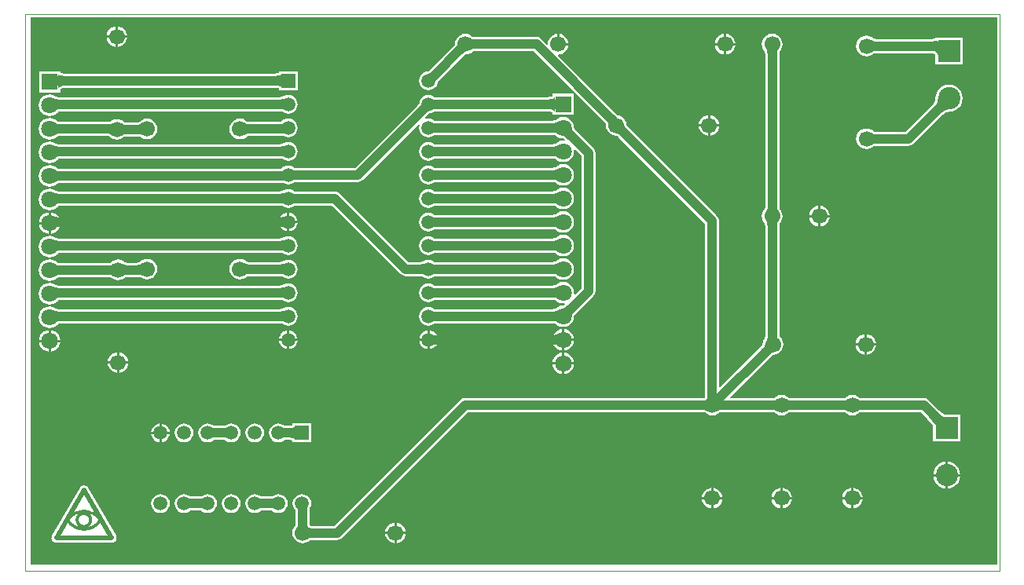
<source format=gbl>
G04 Layer_Physical_Order=2*
G04 Layer_Color=13278208*
%FSLAX44Y44*%
%MOMM*%
G71*
G01*
G75*
%ADD10C,0.3000*%
%ADD13C,1.0000*%
%ADD14C,0.5000*%
%ADD15C,0.6000*%
%ADD17C,0.1000*%
%ADD18C,2.4000*%
%ADD19R,2.4000X2.4000*%
%ADD20C,1.7000*%
%ADD21R,1.5000X1.5000*%
%ADD22C,1.5000*%
%ADD23C,1.8000*%
%ADD24R,1.8000X1.8000*%
%ADD25R,1.5000X1.5000*%
G36*
X1047750Y6350D02*
X6350D01*
Y596900D01*
X1047750D01*
Y6350D01*
D02*
G37*
%LPC*%
G36*
X866948Y381000D02*
X857250D01*
Y371302D01*
X858862Y371514D01*
X861548Y372627D01*
X863854Y374396D01*
X865623Y376702D01*
X866736Y379388D01*
X866948Y381000D01*
D02*
G37*
G36*
X854710D02*
X845012D01*
X845224Y379388D01*
X846337Y376702D01*
X848106Y374396D01*
X850412Y372627D01*
X853098Y371514D01*
X854710Y371302D01*
Y381000D01*
D02*
G37*
G36*
X25400Y386122D02*
X23658Y385893D01*
X20850Y384730D01*
X18440Y382880D01*
X16590Y380470D01*
X15427Y377663D01*
X15198Y375920D01*
X25400D01*
Y386122D01*
D02*
G37*
G36*
X27940D02*
Y375920D01*
X32981D01*
X32144Y381794D01*
X32413Y381628D01*
X32764Y381479D01*
X33197Y381348D01*
X33713Y381235D01*
X34310Y381138D01*
X35750Y380999D01*
X36363Y380974D01*
X34900Y382880D01*
X32490Y384730D01*
X29683Y385893D01*
X27940Y386122D01*
D02*
G37*
G36*
X285130Y385879D02*
Y377190D01*
X293819D01*
X293642Y378541D01*
X292630Y380983D01*
X291021Y383081D01*
X288923Y384690D01*
X286481Y385702D01*
X285130Y385879D01*
D02*
G37*
G36*
X282590D02*
X281239Y385702D01*
X278797Y384690D01*
X276699Y383081D01*
X275095Y380990D01*
X278504Y381170D01*
Y377190D01*
X282590D01*
Y385879D01*
D02*
G37*
G36*
X293819Y374650D02*
X285130D01*
Y365961D01*
X286481Y366138D01*
X288923Y367150D01*
X291021Y368759D01*
X292630Y370857D01*
X293642Y373299D01*
X293819Y374650D01*
D02*
G37*
G36*
X33343Y373380D02*
X27940D01*
Y363178D01*
X29683Y363407D01*
X32490Y364570D01*
X34900Y366420D01*
X36750Y368830D01*
X37557Y370779D01*
X37522Y370776D01*
X36768Y370664D01*
X36095Y370520D01*
X35501Y370344D01*
X34986Y370136D01*
X34552Y369896D01*
X34197Y369624D01*
X33922Y369320D01*
X33343Y373380D01*
D02*
G37*
G36*
X25400D02*
X15198D01*
X15427Y371637D01*
X16590Y368830D01*
X18440Y366420D01*
X20850Y364570D01*
X23658Y363407D01*
X25400Y363178D01*
Y373380D01*
D02*
G37*
G36*
X285130Y258879D02*
Y250190D01*
X293819D01*
X293642Y251541D01*
X292630Y253983D01*
X291021Y256081D01*
X288923Y257690D01*
X286481Y258702D01*
X285130Y258879D01*
D02*
G37*
G36*
X147320Y158549D02*
Y149860D01*
X156009D01*
X155832Y151211D01*
X154820Y153653D01*
X153211Y155751D01*
X151113Y157360D01*
X148671Y158372D01*
X147320Y158549D01*
D02*
G37*
G36*
X282590Y374650D02*
X278504D01*
Y370670D01*
X278412Y370718D01*
X278236Y370760D01*
X277975Y370798D01*
X277198Y370858D01*
X275069Y370907D01*
X275090Y370857D01*
X276699Y368759D01*
X278797Y367150D01*
X281239Y366138D01*
X282590Y365961D01*
Y374650D01*
D02*
G37*
G36*
Y258879D02*
X281239Y258702D01*
X278797Y257690D01*
X276699Y256081D01*
X275090Y253983D01*
X274078Y251541D01*
X273901Y250190D01*
X282590D01*
Y258879D01*
D02*
G37*
G36*
X580000Y412960D02*
X576987Y412563D01*
X574180Y411400D01*
X571770Y409550D01*
X571691Y409448D01*
X571545Y409384D01*
X571236Y409286D01*
X570806Y409184D01*
X570318Y409101D01*
X568044Y408925D01*
X443676D01*
X441752Y408970D01*
X441453Y408993D01*
X440023Y410090D01*
X437581Y411102D01*
X434960Y411447D01*
X432339Y411102D01*
X429897Y410090D01*
X427799Y408481D01*
X426190Y406383D01*
X425178Y403941D01*
X424833Y401320D01*
X425178Y398699D01*
X426190Y396257D01*
X427799Y394159D01*
X429897Y392550D01*
X432339Y391538D01*
X434960Y391193D01*
X437581Y391538D01*
X440023Y392550D01*
X441298Y393529D01*
X444828Y393715D01*
X568114D01*
X568853Y393684D01*
X570293Y393544D01*
X570806Y393456D01*
X571236Y393354D01*
X571545Y393256D01*
X571691Y393192D01*
X571770Y393090D01*
X574180Y391240D01*
X576987Y390077D01*
X580000Y389680D01*
X583013Y390077D01*
X585820Y391240D01*
X588230Y393090D01*
X590080Y395500D01*
X591243Y398307D01*
X591640Y401320D01*
X591243Y404333D01*
X590080Y407140D01*
X588230Y409550D01*
X585820Y411400D01*
X583013Y412563D01*
X580000Y412960D01*
D02*
G37*
G36*
X273050Y158717D02*
X270429Y158372D01*
X267987Y157360D01*
X265889Y155751D01*
X264280Y153653D01*
X263268Y151211D01*
X262923Y148590D01*
X263268Y145969D01*
X264280Y143527D01*
X265889Y141429D01*
X267987Y139820D01*
X270429Y138808D01*
X273050Y138463D01*
X275671Y138808D01*
X278113Y139820D01*
X279389Y140799D01*
X282765Y140977D01*
X282784Y140977D01*
X285830Y140788D01*
X286953Y140639D01*
X287848Y140458D01*
X288410Y140289D01*
Y138550D01*
X290884D01*
X290980Y138531D01*
X291077Y138550D01*
X308490D01*
Y158630D01*
X291077D01*
X290980Y158649D01*
X290884Y158630D01*
X288410D01*
Y156891D01*
X287849Y156722D01*
X287017Y156554D01*
X282757Y156203D01*
X282142Y156195D01*
X281766D01*
X279842Y156240D01*
X279543Y156263D01*
X278113Y157360D01*
X275671Y158372D01*
X273050Y158717D01*
D02*
G37*
G36*
X144780Y147320D02*
X136091D01*
X136268Y145969D01*
X137280Y143527D01*
X138889Y141429D01*
X140987Y139820D01*
X143429Y138808D01*
X144780Y138631D01*
Y147320D01*
D02*
G37*
G36*
X994410Y117368D02*
Y104140D01*
X1007638D01*
X1007306Y106666D01*
X1005841Y110203D01*
X1003510Y113240D01*
X1000473Y115571D01*
X996936Y117036D01*
X994410Y117368D01*
D02*
G37*
G36*
X171450Y158717D02*
X168829Y158372D01*
X166387Y157360D01*
X164289Y155751D01*
X162680Y153653D01*
X161668Y151211D01*
X161323Y148590D01*
X161668Y145969D01*
X162680Y143527D01*
X164289Y141429D01*
X166387Y139820D01*
X168829Y138808D01*
X171450Y138463D01*
X174071Y138808D01*
X176513Y139820D01*
X178611Y141429D01*
X180220Y143527D01*
X181232Y145969D01*
X181577Y148590D01*
X181232Y151211D01*
X180220Y153653D01*
X178611Y155751D01*
X176513Y157360D01*
X174071Y158372D01*
X171450Y158717D01*
D02*
G37*
G36*
X247650D02*
X245029Y158372D01*
X242587Y157360D01*
X240489Y155751D01*
X238880Y153653D01*
X237868Y151211D01*
X237523Y148590D01*
X237868Y145969D01*
X238880Y143527D01*
X240489Y141429D01*
X242587Y139820D01*
X245029Y138808D01*
X247650Y138463D01*
X250271Y138808D01*
X252713Y139820D01*
X254811Y141429D01*
X256420Y143527D01*
X257432Y145969D01*
X257777Y148590D01*
X257432Y151211D01*
X256420Y153653D01*
X254811Y155751D01*
X252713Y157360D01*
X250271Y158372D01*
X247650Y158717D01*
D02*
G37*
G36*
X156009Y147320D02*
X147320D01*
Y138631D01*
X148671Y138808D01*
X151113Y139820D01*
X153211Y141429D01*
X154820Y143527D01*
X155832Y145969D01*
X156009Y147320D01*
D02*
G37*
G36*
X857250Y393238D02*
Y383540D01*
X866948D01*
X866736Y385152D01*
X865623Y387838D01*
X863854Y390144D01*
X861548Y391913D01*
X858862Y393026D01*
X857250Y393238D01*
D02*
G37*
G36*
X854710D02*
X853098Y393026D01*
X850412Y391913D01*
X848106Y390144D01*
X846337Y387838D01*
X845224Y385152D01*
X845012Y383540D01*
X854710D01*
Y393238D01*
D02*
G37*
G36*
X580000Y387560D02*
X576987Y387163D01*
X574180Y386000D01*
X571770Y384150D01*
X571691Y384048D01*
X571545Y383984D01*
X571236Y383885D01*
X570806Y383784D01*
X570318Y383701D01*
X568044Y383525D01*
X443676D01*
X441752Y383570D01*
X441453Y383593D01*
X440023Y384690D01*
X437581Y385702D01*
X434960Y386047D01*
X432339Y385702D01*
X429897Y384690D01*
X427799Y383081D01*
X426190Y380983D01*
X425178Y378541D01*
X424833Y375920D01*
X425178Y373299D01*
X426190Y370857D01*
X427799Y368759D01*
X429897Y367150D01*
X432339Y366138D01*
X434960Y365793D01*
X437581Y366138D01*
X440023Y367150D01*
X441298Y368129D01*
X444828Y368315D01*
X568114D01*
X568853Y368284D01*
X570293Y368144D01*
X570806Y368056D01*
X571236Y367954D01*
X571545Y367855D01*
X571691Y367793D01*
X571770Y367690D01*
X574180Y365840D01*
X576987Y364677D01*
X580000Y364280D01*
X583013Y364677D01*
X585820Y365840D01*
X588230Y367690D01*
X590080Y370100D01*
X591243Y372907D01*
X591640Y375920D01*
X591243Y378932D01*
X590080Y381740D01*
X588230Y384150D01*
X585820Y386000D01*
X583013Y387163D01*
X580000Y387560D01*
D02*
G37*
G36*
X27940Y259122D02*
Y248920D01*
X38142D01*
X37913Y250662D01*
X36750Y253470D01*
X34900Y255880D01*
X32490Y257730D01*
X29683Y258893D01*
X27940Y259122D01*
D02*
G37*
G36*
X282590Y247650D02*
X273901D01*
X274078Y246299D01*
X275090Y243857D01*
X276699Y241759D01*
X278797Y240150D01*
X281239Y239138D01*
X282590Y238961D01*
Y247650D01*
D02*
G37*
G36*
X144780Y158549D02*
X143429Y158372D01*
X140987Y157360D01*
X138889Y155751D01*
X137280Y153653D01*
X136268Y151211D01*
X136091Y149860D01*
X144780D01*
Y158549D01*
D02*
G37*
G36*
X231610Y336255D02*
X228728Y335876D01*
X226042Y334763D01*
X223736Y332994D01*
X221967Y330688D01*
X220854Y328002D01*
X220475Y325120D01*
X220854Y322238D01*
X221967Y319552D01*
X223736Y317246D01*
X226042Y315477D01*
X228728Y314364D01*
X231610Y313985D01*
X234492Y314364D01*
X237178Y315477D01*
X239409Y317189D01*
X239644Y317251D01*
X239963Y317311D01*
X242651Y317515D01*
X275144D01*
X277068Y317470D01*
X277367Y317447D01*
X278797Y316350D01*
X281239Y315338D01*
X283860Y314993D01*
X286481Y315338D01*
X288923Y316350D01*
X291021Y317959D01*
X292630Y320057D01*
X293642Y322499D01*
X293987Y325120D01*
X293642Y327741D01*
X292630Y330183D01*
X291021Y332281D01*
X288923Y333890D01*
X286481Y334902D01*
X283860Y335247D01*
X281239Y334902D01*
X278797Y333890D01*
X277521Y332911D01*
X273992Y332725D01*
X242875D01*
X241881Y332746D01*
X240525Y332849D01*
X240038Y332915D01*
X239644Y332989D01*
X239409Y333051D01*
X237178Y334763D01*
X234492Y335876D01*
X231610Y336255D01*
D02*
G37*
G36*
X26670Y411689D02*
X23658Y411293D01*
X20850Y410130D01*
X18440Y408280D01*
X16590Y405870D01*
X15427Y403063D01*
X15030Y400050D01*
X15427Y397038D01*
X16590Y394230D01*
X18440Y391820D01*
X20850Y389970D01*
X23658Y388807D01*
X26670Y388410D01*
X29683Y388807D01*
X32490Y389970D01*
X34900Y391820D01*
X35727Y392897D01*
X35842Y392982D01*
X35959Y393112D01*
X35974Y393123D01*
X36102Y393194D01*
X36356Y393296D01*
X36734Y393408D01*
X37230Y393514D01*
X37807Y393600D01*
X39372Y393715D01*
X275144D01*
X277068Y393670D01*
X277367Y393647D01*
X278797Y392550D01*
X281239Y391538D01*
X283860Y391193D01*
X286481Y391538D01*
X288923Y392550D01*
X290198Y393529D01*
X293728Y393715D01*
X330860D01*
X404832Y319742D01*
X406408Y318534D01*
X408242Y317774D01*
X410210Y317515D01*
X426244D01*
X428168Y317470D01*
X428467Y317447D01*
X429897Y316350D01*
X432339Y315338D01*
X434960Y314993D01*
X437581Y315338D01*
X440023Y316350D01*
X441298Y317328D01*
X444828Y317515D01*
X568114D01*
X568853Y317484D01*
X570293Y317344D01*
X570806Y317256D01*
X571236Y317155D01*
X571545Y317055D01*
X571691Y316992D01*
X571770Y316890D01*
X574180Y315040D01*
X576987Y313877D01*
X580000Y313480D01*
X583013Y313877D01*
X585820Y315040D01*
X588230Y316890D01*
X590080Y319300D01*
X591243Y322108D01*
X591640Y325120D01*
X591243Y328133D01*
X590080Y330940D01*
X588230Y333350D01*
X585820Y335200D01*
X583013Y336363D01*
X580000Y336760D01*
X576987Y336363D01*
X574180Y335200D01*
X571770Y333350D01*
X571691Y333247D01*
X571545Y333185D01*
X571236Y333086D01*
X570806Y332984D01*
X570318Y332901D01*
X568044Y332725D01*
X443676D01*
X441752Y332770D01*
X441453Y332793D01*
X440023Y333890D01*
X437581Y334902D01*
X434960Y335247D01*
X432339Y334902D01*
X429897Y333890D01*
X428621Y332911D01*
X425092Y332725D01*
X413360D01*
X339388Y406698D01*
X337812Y407906D01*
X335978Y408666D01*
X334010Y408925D01*
X292576D01*
X290652Y408970D01*
X290353Y408993D01*
X288923Y410090D01*
X286481Y411102D01*
X283860Y411447D01*
X281239Y411102D01*
X278797Y410090D01*
X277521Y409112D01*
X273992Y408925D01*
X37404D01*
X35927Y408983D01*
X34641Y409108D01*
X34198Y409180D01*
X33852Y409256D01*
X33646Y409318D01*
X33605Y409336D01*
X33504Y409398D01*
X33388Y409441D01*
X32490Y410130D01*
X29683Y411293D01*
X26670Y411689D01*
D02*
G37*
G36*
X581270Y234992D02*
Y224790D01*
X591472D01*
X591243Y226532D01*
X590080Y229340D01*
X588230Y231750D01*
X585820Y233600D01*
X583013Y234763D01*
X581270Y234992D01*
D02*
G37*
G36*
X99060Y223050D02*
X89362D01*
X89574Y221438D01*
X90687Y218752D01*
X92456Y216446D01*
X94762Y214677D01*
X97448Y213564D01*
X99060Y213352D01*
Y223050D01*
D02*
G37*
G36*
X111298D02*
X101600D01*
Y213352D01*
X103212Y213564D01*
X105898Y214677D01*
X108204Y216446D01*
X109973Y218752D01*
X111086Y221438D01*
X111298Y223050D01*
D02*
G37*
G36*
X578730Y234992D02*
X576987Y234763D01*
X574180Y233600D01*
X571770Y231750D01*
X569920Y229340D01*
X568757Y226532D01*
X568528Y224790D01*
X578730D01*
Y234992D01*
D02*
G37*
G36*
X99060Y235288D02*
X97448Y235076D01*
X94762Y233963D01*
X92456Y232194D01*
X90687Y229888D01*
X89574Y227202D01*
X89362Y225590D01*
X99060D01*
Y235288D01*
D02*
G37*
G36*
X904710Y242570D02*
X895012D01*
X895224Y240958D01*
X896337Y238272D01*
X898106Y235966D01*
X900412Y234197D01*
X903098Y233084D01*
X904710Y232872D01*
Y242570D01*
D02*
G37*
G36*
X916948D02*
X907250D01*
Y232872D01*
X908862Y233084D01*
X911548Y234197D01*
X913854Y235966D01*
X915623Y238272D01*
X916736Y240958D01*
X916948Y242570D01*
D02*
G37*
G36*
X25400Y246380D02*
X15198D01*
X15427Y244638D01*
X16590Y241830D01*
X18440Y239420D01*
X20850Y237570D01*
X23658Y236407D01*
X25400Y236178D01*
Y246380D01*
D02*
G37*
G36*
X101600Y235288D02*
Y225590D01*
X111298D01*
X111086Y227202D01*
X109973Y229888D01*
X108204Y232194D01*
X105898Y233963D01*
X103212Y235076D01*
X101600Y235288D01*
D02*
G37*
G36*
X38142Y246380D02*
X27940D01*
Y236178D01*
X29683Y236407D01*
X32490Y237570D01*
X34900Y239420D01*
X36750Y241830D01*
X37913Y244638D01*
X38142Y246380D01*
D02*
G37*
G36*
X26670Y310090D02*
X23658Y309693D01*
X20850Y308530D01*
X18440Y306680D01*
X16590Y304270D01*
X15427Y301462D01*
X15030Y298450D01*
X15427Y295438D01*
X16590Y292630D01*
X18440Y290220D01*
X20850Y288370D01*
X23658Y287207D01*
X26670Y286810D01*
X29683Y287207D01*
X32490Y288370D01*
X34900Y290220D01*
X35727Y291297D01*
X35842Y291382D01*
X35959Y291512D01*
X35974Y291523D01*
X36102Y291594D01*
X36356Y291696D01*
X36734Y291808D01*
X37230Y291914D01*
X37807Y292000D01*
X39372Y292115D01*
X275144D01*
X277068Y292070D01*
X277367Y292047D01*
X278797Y290950D01*
X281239Y289938D01*
X283860Y289593D01*
X286481Y289938D01*
X288923Y290950D01*
X291021Y292559D01*
X292630Y294657D01*
X293642Y297099D01*
X293987Y299720D01*
X293642Y302341D01*
X292630Y304783D01*
X291021Y306881D01*
X288923Y308490D01*
X286481Y309502D01*
X283860Y309847D01*
X281239Y309502D01*
X278797Y308490D01*
X277521Y307512D01*
X273992Y307325D01*
X37404D01*
X35927Y307383D01*
X34641Y307508D01*
X34198Y307580D01*
X33852Y307656D01*
X33646Y307718D01*
X33605Y307736D01*
X33504Y307798D01*
X33388Y307841D01*
X32490Y308530D01*
X29683Y309693D01*
X26670Y310090D01*
D02*
G37*
G36*
X578730Y260392D02*
X576987Y260163D01*
X574180Y259000D01*
X571770Y257150D01*
X569920Y254740D01*
X569634Y254051D01*
X570637Y254128D01*
X571322Y254245D01*
X571928Y254388D01*
X572457Y254557D01*
X572907Y254752D01*
X573279Y254973D01*
X573573Y255220D01*
Y250190D01*
X578730D01*
Y260392D01*
D02*
G37*
G36*
X581270Y260392D02*
Y250190D01*
X591472D01*
X591243Y251933D01*
X590080Y254740D01*
X588230Y257150D01*
X585820Y259000D01*
X583013Y260163D01*
X581270Y260392D01*
D02*
G37*
G36*
X26670Y360890D02*
X23658Y360493D01*
X20850Y359330D01*
X18440Y357480D01*
X16590Y355070D01*
X15427Y352262D01*
X15030Y349250D01*
X15427Y346237D01*
X16590Y343430D01*
X18440Y341020D01*
X20850Y339170D01*
X23658Y338007D01*
X26670Y337610D01*
X29683Y338007D01*
X32490Y339170D01*
X34900Y341020D01*
X35727Y342097D01*
X35842Y342182D01*
X35959Y342312D01*
X35974Y342323D01*
X36102Y342394D01*
X36356Y342496D01*
X36734Y342608D01*
X37230Y342714D01*
X37807Y342800D01*
X39372Y342915D01*
X275144D01*
X277068Y342870D01*
X277367Y342847D01*
X278797Y341750D01*
X281239Y340738D01*
X283860Y340393D01*
X286481Y340738D01*
X288923Y341750D01*
X291021Y343359D01*
X292630Y345457D01*
X293642Y347899D01*
X293987Y350520D01*
X293642Y353141D01*
X292630Y355583D01*
X291021Y357681D01*
X288923Y359290D01*
X286481Y360302D01*
X283860Y360647D01*
X281239Y360302D01*
X278797Y359290D01*
X277521Y358312D01*
X273992Y358125D01*
X37404D01*
X35927Y358183D01*
X34641Y358308D01*
X34198Y358380D01*
X33852Y358456D01*
X33646Y358518D01*
X33605Y358536D01*
X33504Y358598D01*
X33388Y358641D01*
X32490Y359330D01*
X29683Y360493D01*
X26670Y360890D01*
D02*
G37*
G36*
X580000Y362160D02*
X576987Y361763D01*
X574180Y360600D01*
X571770Y358750D01*
X571691Y358647D01*
X571545Y358585D01*
X571236Y358485D01*
X570806Y358384D01*
X570318Y358301D01*
X568044Y358125D01*
X443676D01*
X441752Y358170D01*
X441453Y358193D01*
X440023Y359290D01*
X437581Y360302D01*
X434960Y360647D01*
X432339Y360302D01*
X429897Y359290D01*
X427799Y357681D01*
X426190Y355583D01*
X425178Y353141D01*
X424833Y350520D01*
X425178Y347899D01*
X426190Y345457D01*
X427799Y343359D01*
X429897Y341750D01*
X432339Y340738D01*
X434960Y340393D01*
X437581Y340738D01*
X440023Y341750D01*
X441298Y342729D01*
X444828Y342915D01*
X568114D01*
X568853Y342884D01*
X570293Y342743D01*
X570806Y342656D01*
X571236Y342555D01*
X571545Y342455D01*
X571691Y342393D01*
X571770Y342290D01*
X574180Y340440D01*
X576987Y339277D01*
X580000Y338880D01*
X583013Y339277D01*
X585820Y340440D01*
X588230Y342290D01*
X590080Y344700D01*
X591243Y347508D01*
X591640Y350520D01*
X591243Y353532D01*
X590080Y356340D01*
X588230Y358750D01*
X585820Y360600D01*
X583013Y361763D01*
X580000Y362160D01*
D02*
G37*
G36*
X222250Y158717D02*
X219629Y158372D01*
X217187Y157360D01*
X215912Y156382D01*
X212382Y156195D01*
X205566D01*
X203642Y156240D01*
X203343Y156263D01*
X201913Y157360D01*
X199471Y158372D01*
X196850Y158717D01*
X194229Y158372D01*
X191787Y157360D01*
X189689Y155751D01*
X188080Y153653D01*
X187068Y151211D01*
X186723Y148590D01*
X187068Y145969D01*
X188080Y143527D01*
X189689Y141429D01*
X191787Y139820D01*
X194229Y138808D01*
X196850Y138463D01*
X199471Y138808D01*
X201913Y139820D01*
X203188Y140799D01*
X206718Y140985D01*
X213534D01*
X215458Y140940D01*
X215757Y140917D01*
X217187Y139820D01*
X219629Y138808D01*
X222250Y138463D01*
X224871Y138808D01*
X227313Y139820D01*
X229411Y141429D01*
X231020Y143527D01*
X232032Y145969D01*
X232377Y148590D01*
X232032Y151211D01*
X231020Y153653D01*
X229411Y155751D01*
X227313Y157360D01*
X224871Y158372D01*
X222250Y158717D01*
D02*
G37*
G36*
X433690Y258879D02*
X432339Y258702D01*
X429897Y257690D01*
X427799Y256081D01*
X426190Y253983D01*
X425178Y251541D01*
X425001Y250190D01*
X433690D01*
Y258879D01*
D02*
G37*
G36*
X131610Y336255D02*
X128728Y335876D01*
X126042Y334763D01*
X123736Y332994D01*
X123254Y332365D01*
X123209Y332336D01*
X123196Y332324D01*
X123160Y332308D01*
X122929Y332234D01*
X122565Y332150D01*
X122134Y332079D01*
X120028Y331925D01*
X111595D01*
X110601Y331946D01*
X109245Y332049D01*
X108758Y332115D01*
X108364Y332189D01*
X108129Y332251D01*
X105898Y333963D01*
X103212Y335076D01*
X100330Y335455D01*
X97448Y335076D01*
X94762Y333963D01*
X92456Y332194D01*
X92181Y331836D01*
X92146Y331821D01*
X91900Y331748D01*
X91524Y331667D01*
X91078Y331598D01*
X88968Y331455D01*
X38556D01*
X37817Y331486D01*
X36377Y331627D01*
X35864Y331714D01*
X35435Y331815D01*
X35125Y331914D01*
X34979Y331978D01*
X34900Y332080D01*
X32490Y333930D01*
X29683Y335093D01*
X26670Y335490D01*
X23658Y335093D01*
X20850Y333930D01*
X18440Y332080D01*
X16590Y329670D01*
X15427Y326862D01*
X15030Y323850D01*
X15427Y320838D01*
X16590Y318030D01*
X18440Y315620D01*
X20850Y313770D01*
X23658Y312607D01*
X26670Y312211D01*
X29683Y312607D01*
X32490Y313770D01*
X34900Y315620D01*
X34979Y315723D01*
X35125Y315786D01*
X35435Y315884D01*
X35864Y315986D01*
X36352Y316069D01*
X38626Y316245D01*
X89818D01*
X91174Y316192D01*
X92356Y316079D01*
X92741Y316016D01*
X93021Y315953D01*
X93109Y315925D01*
X93171Y315897D01*
X94762Y314677D01*
X97448Y313564D01*
X100330Y313185D01*
X103212Y313564D01*
X105898Y314677D01*
X108129Y316389D01*
X108364Y316451D01*
X108682Y316511D01*
X111371Y316715D01*
X120909D01*
X122786Y316670D01*
X123969Y316572D01*
X124367Y316515D01*
X124657Y316458D01*
X124785Y316422D01*
X124832Y316404D01*
X124836Y316402D01*
X126042Y315477D01*
X128728Y314364D01*
X131610Y313985D01*
X134492Y314364D01*
X137178Y315477D01*
X139484Y317246D01*
X141253Y319552D01*
X142366Y322238D01*
X142745Y325120D01*
X142366Y328002D01*
X141253Y330688D01*
X139484Y332994D01*
X137178Y334763D01*
X134492Y335876D01*
X131610Y336255D01*
D02*
G37*
G36*
X805180Y578825D02*
X802298Y578446D01*
X799612Y577333D01*
X797306Y575564D01*
X795537Y573258D01*
X794424Y570572D01*
X794045Y567690D01*
X794424Y564808D01*
X795537Y562122D01*
X797249Y559891D01*
X797311Y559656D01*
X797371Y559338D01*
X797575Y556649D01*
Y393535D01*
X797554Y392541D01*
X797451Y391185D01*
X797385Y390698D01*
X797311Y390304D01*
X797249Y390069D01*
X795537Y387838D01*
X794424Y385152D01*
X794045Y382270D01*
X794424Y379388D01*
X795537Y376702D01*
X797249Y374471D01*
X797311Y374236D01*
X797371Y373918D01*
X797575Y371229D01*
Y254541D01*
X797530Y252664D01*
X797432Y251481D01*
X797375Y251084D01*
X797318Y250793D01*
X797282Y250665D01*
X797264Y250618D01*
X797262Y250614D01*
X796337Y249408D01*
X795224Y246722D01*
X794857Y243933D01*
X794735Y243724D01*
X794552Y243456D01*
X792795Y241410D01*
X749188Y197804D01*
X748015Y198290D01*
Y377190D01*
X747756Y379158D01*
X747311Y380233D01*
X746996Y380993D01*
X745788Y382568D01*
X650213Y478142D01*
X649284Y479151D01*
X648537Y480066D01*
X648315Y480380D01*
X648166Y480621D01*
X648126Y480700D01*
X648125Y480705D01*
X648117Y480727D01*
X647826Y482942D01*
X646713Y485628D01*
X644944Y487934D01*
X642638Y489703D01*
X639952Y490816D01*
X639011Y490940D01*
X639005Y490943D01*
X636353Y493272D01*
X574203Y555422D01*
X574825Y556596D01*
X577392Y556934D01*
X580078Y558047D01*
X582384Y559816D01*
X584153Y562122D01*
X585266Y564808D01*
X585478Y566420D01*
X574510D01*
Y567690D01*
X573240D01*
Y578658D01*
X571628Y578446D01*
X568942Y577333D01*
X566636Y575564D01*
X564867Y573258D01*
X563754Y570572D01*
X563416Y568005D01*
X562242Y567383D01*
X556558Y573068D01*
X554982Y574276D01*
X553148Y575036D01*
X551180Y575295D01*
X485775D01*
X484781Y575316D01*
X483425Y575419D01*
X482938Y575485D01*
X482544Y575559D01*
X482309Y575621D01*
X480078Y577333D01*
X477392Y578446D01*
X474510Y578825D01*
X471628Y578446D01*
X468942Y577333D01*
X466636Y575564D01*
X464867Y573258D01*
X463754Y570572D01*
X463387Y567783D01*
X463265Y567574D01*
X463082Y567306D01*
X461325Y565260D01*
X435923Y539858D01*
X435300Y539249D01*
X434321Y538363D01*
X432339Y538102D01*
X429897Y537090D01*
X427799Y535481D01*
X426190Y533383D01*
X425178Y530941D01*
X424833Y528320D01*
X425178Y525699D01*
X426190Y523257D01*
X427799Y521159D01*
X429897Y519550D01*
X432339Y518538D01*
X434960Y518193D01*
X437581Y518538D01*
X440023Y519550D01*
X442121Y521159D01*
X443730Y523257D01*
X444742Y525699D01*
X444930Y527132D01*
X447282Y529707D01*
X471922Y554347D01*
X472639Y555035D01*
X473671Y555922D01*
X474062Y556219D01*
X474394Y556445D01*
X474603Y556567D01*
X477392Y556934D01*
X480078Y558047D01*
X482309Y559759D01*
X482544Y559821D01*
X482863Y559881D01*
X485551Y560085D01*
X548030D01*
X624220Y483895D01*
X625183Y482809D01*
X625528Y482368D01*
X625800Y481977D01*
X625984Y481671D01*
X626081Y481470D01*
X626084Y481462D01*
X626084Y481455D01*
X626103Y481339D01*
X625935Y480060D01*
X626314Y477178D01*
X627427Y474492D01*
X629196Y472186D01*
X631502Y470417D01*
X634188Y469304D01*
X637070Y468925D01*
X637370Y468964D01*
X637379Y468960D01*
X637608Y468834D01*
X637934Y468620D01*
X638301Y468348D01*
X639891Y466954D01*
X732805Y374040D01*
Y189535D01*
X732784Y188541D01*
X732681Y187185D01*
X732616Y186698D01*
X732541Y186304D01*
X732506Y186174D01*
X732376Y186139D01*
X732057Y186079D01*
X729369Y185875D01*
X474180D01*
X472212Y185616D01*
X470378Y184856D01*
X468802Y183648D01*
X333400Y48245D01*
X310515D01*
X309521Y48266D01*
X308165Y48369D01*
X307678Y48435D01*
X307284Y48509D01*
X307154Y48544D01*
X307119Y48674D01*
X307059Y48993D01*
X306855Y51681D01*
Y66851D01*
X307220Y67327D01*
X308232Y69769D01*
X308577Y72390D01*
X308232Y75011D01*
X307220Y77453D01*
X305611Y79551D01*
X303513Y81160D01*
X301071Y82172D01*
X298450Y82517D01*
X295829Y82172D01*
X293387Y81160D01*
X291289Y79551D01*
X289680Y77453D01*
X288668Y75011D01*
X288323Y72390D01*
X288668Y69769D01*
X289680Y67327D01*
X291289Y65229D01*
X291489Y65076D01*
X291645Y62618D01*
Y51905D01*
X291624Y50911D01*
X291521Y49555D01*
X291455Y49068D01*
X291381Y48674D01*
X291319Y48439D01*
X289607Y46208D01*
X288494Y43522D01*
X288115Y40640D01*
X288494Y37758D01*
X289607Y35072D01*
X291376Y32766D01*
X293682Y30997D01*
X296368Y29884D01*
X299250Y29505D01*
X302132Y29884D01*
X304818Y30997D01*
X307049Y32709D01*
X307284Y32771D01*
X307603Y32831D01*
X310291Y33035D01*
X336550D01*
X338518Y33294D01*
X340353Y34054D01*
X341928Y35262D01*
X477330Y170665D01*
X729145D01*
X730139Y170644D01*
X731495Y170541D01*
X731982Y170476D01*
X732376Y170401D01*
X732611Y170339D01*
X734842Y168627D01*
X737528Y167514D01*
X740410Y167135D01*
X743292Y167514D01*
X745978Y168627D01*
X748209Y170339D01*
X748444Y170401D01*
X748763Y170461D01*
X751451Y170665D01*
X804075D01*
X805069Y170644D01*
X806425Y170541D01*
X806912Y170476D01*
X807306Y170401D01*
X807541Y170339D01*
X809772Y168627D01*
X812458Y167514D01*
X815340Y167135D01*
X818222Y167514D01*
X820908Y168627D01*
X823139Y170339D01*
X823374Y170401D01*
X823692Y170461D01*
X826381Y170665D01*
X880275D01*
X881269Y170644D01*
X882625Y170541D01*
X883112Y170476D01*
X883506Y170401D01*
X883741Y170339D01*
X885972Y168627D01*
X888658Y167514D01*
X891540Y167135D01*
X894422Y167514D01*
X897108Y168627D01*
X899339Y170339D01*
X899574Y170401D01*
X899893Y170461D01*
X902581Y170665D01*
X965390D01*
X972517Y163538D01*
X975821Y159982D01*
X977125Y158354D01*
X978144Y156891D01*
X978600Y156096D01*
Y139130D01*
X1007680D01*
Y168210D01*
X990714D01*
X989919Y168666D01*
X988485Y169665D01*
X984962Y172649D01*
X983617Y173948D01*
X973918Y183648D01*
X972343Y184856D01*
X970508Y185616D01*
X968540Y185875D01*
X902805D01*
X901811Y185896D01*
X900455Y185999D01*
X899968Y186065D01*
X899574Y186139D01*
X899339Y186201D01*
X897108Y187913D01*
X894422Y189026D01*
X891540Y189405D01*
X888658Y189026D01*
X885972Y187913D01*
X883741Y186201D01*
X883506Y186139D01*
X883187Y186079D01*
X880499Y185875D01*
X826605D01*
X825611Y185896D01*
X824255Y185999D01*
X823768Y186065D01*
X823374Y186139D01*
X823139Y186201D01*
X820908Y187913D01*
X818222Y189026D01*
X815340Y189405D01*
X812458Y189026D01*
X809772Y187913D01*
X807541Y186201D01*
X807306Y186139D01*
X806988Y186079D01*
X804299Y185875D01*
X760430D01*
X759944Y187048D01*
X803392Y230497D01*
X804109Y231185D01*
X805141Y232071D01*
X805532Y232369D01*
X805864Y232595D01*
X806073Y232717D01*
X808862Y233084D01*
X811548Y234197D01*
X813854Y235966D01*
X815623Y238272D01*
X816736Y240958D01*
X817115Y243840D01*
X816736Y246722D01*
X815623Y249408D01*
X813854Y251714D01*
X813225Y252196D01*
X813196Y252241D01*
X813184Y252254D01*
X813168Y252290D01*
X813094Y252521D01*
X813010Y252885D01*
X812939Y253316D01*
X812785Y255422D01*
Y371005D01*
X812806Y371999D01*
X812909Y373355D01*
X812974Y373842D01*
X813049Y374236D01*
X813111Y374471D01*
X814823Y376702D01*
X815936Y379388D01*
X816315Y382270D01*
X815936Y385152D01*
X814823Y387838D01*
X813111Y390069D01*
X813049Y390304D01*
X812989Y390622D01*
X812785Y393311D01*
Y556425D01*
X812806Y557419D01*
X812909Y558775D01*
X812974Y559262D01*
X813049Y559656D01*
X813111Y559891D01*
X814823Y562122D01*
X815936Y564808D01*
X816315Y567690D01*
X815936Y570572D01*
X814823Y573258D01*
X813054Y575564D01*
X810748Y577333D01*
X808062Y578446D01*
X805180Y578825D01*
D02*
G37*
G36*
X578730Y222250D02*
X568528D01*
X568757Y220508D01*
X569920Y217700D01*
X571770Y215290D01*
X574180Y213440D01*
X576987Y212277D01*
X578730Y212048D01*
Y222250D01*
D02*
G37*
G36*
X591472D02*
X581270D01*
Y212048D01*
X583013Y212277D01*
X585820Y213440D01*
X588230Y215290D01*
X590080Y217700D01*
X591243Y220508D01*
X591472Y222250D01*
D02*
G37*
G36*
X436230Y258879D02*
Y250190D01*
X440316D01*
Y254170D01*
X440407Y254123D01*
X440584Y254080D01*
X440845Y254042D01*
X441622Y253983D01*
X443751Y253933D01*
X443730Y253983D01*
X442121Y256081D01*
X440023Y257690D01*
X437581Y258702D01*
X436230Y258879D01*
D02*
G37*
G36*
X26670Y284690D02*
X23658Y284293D01*
X20850Y283130D01*
X18440Y281280D01*
X16590Y278870D01*
X15427Y276063D01*
X15030Y273050D01*
X15427Y270037D01*
X16590Y267230D01*
X18440Y264820D01*
X20850Y262970D01*
X23658Y261807D01*
X26670Y261410D01*
X29683Y261807D01*
X32490Y262970D01*
X34900Y264820D01*
X35727Y265897D01*
X35842Y265982D01*
X35959Y266112D01*
X35974Y266123D01*
X36102Y266194D01*
X36356Y266296D01*
X36734Y266408D01*
X37230Y266514D01*
X37807Y266600D01*
X39372Y266715D01*
X275144D01*
X277068Y266670D01*
X277367Y266647D01*
X278797Y265550D01*
X281239Y264538D01*
X283860Y264193D01*
X286481Y264538D01*
X288923Y265550D01*
X291021Y267159D01*
X292630Y269257D01*
X293642Y271699D01*
X293987Y274320D01*
X293642Y276941D01*
X292630Y279383D01*
X291021Y281481D01*
X288923Y283090D01*
X286481Y284102D01*
X283860Y284447D01*
X281239Y284102D01*
X278797Y283090D01*
X277521Y282111D01*
X273992Y281925D01*
X37404D01*
X35927Y281983D01*
X34641Y282108D01*
X34198Y282180D01*
X33852Y282256D01*
X33646Y282318D01*
X33605Y282336D01*
X33504Y282398D01*
X33388Y282441D01*
X32490Y283130D01*
X29683Y284293D01*
X26670Y284690D01*
D02*
G37*
G36*
X591472Y247650D02*
X581270D01*
Y237448D01*
X583013Y237677D01*
X585820Y238840D01*
X588230Y240690D01*
X590080Y243100D01*
X591243Y245907D01*
X591472Y247650D01*
D02*
G37*
G36*
X991870Y117368D02*
X989344Y117036D01*
X985807Y115571D01*
X982770Y113240D01*
X980439Y110203D01*
X978974Y106666D01*
X978642Y104140D01*
X991870D01*
Y117368D01*
D02*
G37*
G36*
X440316Y247650D02*
X436230D01*
Y238961D01*
X437581Y239138D01*
X440023Y240150D01*
X442121Y241759D01*
X443725Y243850D01*
X440316Y243670D01*
Y247650D01*
D02*
G37*
G36*
X35644Y538609D02*
X35546Y538590D01*
X15130D01*
Y515510D01*
X38210D01*
Y518286D01*
X38253Y518690D01*
X38345Y518948D01*
X38498Y519176D01*
X38786Y519443D01*
X39291Y519750D01*
X40052Y520061D01*
X41077Y520336D01*
X42358Y520549D01*
X43883Y520683D01*
X45090Y520715D01*
X267552D01*
X268194Y520707D01*
X271239Y520518D01*
X272363Y520369D01*
X273259Y520188D01*
X273820Y520019D01*
Y518280D01*
X276294D01*
X276390Y518261D01*
X276487Y518280D01*
X293900D01*
Y538360D01*
X276487D01*
X276390Y538379D01*
X276294Y538360D01*
X273820D01*
Y536621D01*
X273259Y536452D01*
X272426Y536284D01*
X268167Y535933D01*
X267552Y535925D01*
X45168D01*
X42195Y536014D01*
X40842Y536136D01*
X39706Y536301D01*
X38826Y536495D01*
X38231Y536692D01*
X38210Y536702D01*
Y538590D01*
X35740D01*
X35644Y538609D01*
D02*
G37*
G36*
X571031Y514479D02*
X570934Y514460D01*
X568460D01*
Y512206D01*
X568412Y511846D01*
X568345Y511767D01*
X568086Y511575D01*
X567561Y511320D01*
X566758Y511060D01*
X565731Y510840D01*
X562775Y510547D01*
X561736Y510525D01*
X443676D01*
X441752Y510570D01*
X441453Y510593D01*
X440023Y511690D01*
X437581Y512702D01*
X434960Y513047D01*
X432339Y512702D01*
X429897Y511690D01*
X427799Y510081D01*
X426190Y507983D01*
X425178Y505541D01*
X424969Y503947D01*
X422604Y501320D01*
X355610Y434325D01*
X292576D01*
X290652Y434370D01*
X290353Y434393D01*
X288923Y435490D01*
X286481Y436502D01*
X283860Y436847D01*
X281239Y436502D01*
X278797Y435490D01*
X276699Y433881D01*
X276180Y433203D01*
X273786Y433055D01*
X38556D01*
X37817Y433086D01*
X36377Y433227D01*
X35864Y433314D01*
X35435Y433415D01*
X35125Y433515D01*
X34979Y433577D01*
X34900Y433680D01*
X32490Y435530D01*
X29683Y436693D01*
X26670Y437090D01*
X23658Y436693D01*
X20850Y435530D01*
X18440Y433680D01*
X16590Y431270D01*
X15427Y428462D01*
X15030Y425450D01*
X15427Y422438D01*
X16590Y419630D01*
X18440Y417220D01*
X20850Y415370D01*
X23658Y414207D01*
X26670Y413811D01*
X29683Y414207D01*
X32490Y415370D01*
X34900Y417220D01*
X34979Y417323D01*
X35125Y417385D01*
X35435Y417485D01*
X35864Y417586D01*
X36352Y417669D01*
X38626Y417845D01*
X279051D01*
X281239Y416938D01*
X283860Y416593D01*
X286481Y416938D01*
X288923Y417950D01*
X290198Y418928D01*
X293728Y419115D01*
X358760D01*
X360728Y419374D01*
X362562Y420134D01*
X364138Y421342D01*
X424417Y481622D01*
X425494Y480903D01*
X425178Y480141D01*
X424833Y477520D01*
X425178Y474899D01*
X426190Y472457D01*
X427799Y470359D01*
X429897Y468750D01*
X432339Y467738D01*
X434960Y467393D01*
X437581Y467738D01*
X440023Y468750D01*
X441298Y469729D01*
X444828Y469915D01*
X568114D01*
X568853Y469884D01*
X570293Y469743D01*
X570806Y469656D01*
X571236Y469554D01*
X571545Y469455D01*
X571691Y469393D01*
X571770Y469290D01*
X574180Y467440D01*
X576987Y466277D01*
X580000Y465881D01*
X580129Y465897D01*
X580276Y465839D01*
X580565Y465690D01*
X580940Y465458D01*
X581344Y465172D01*
X581770Y464808D01*
X581230Y463598D01*
X580000Y463759D01*
X576987Y463363D01*
X574180Y462200D01*
X571770Y460350D01*
X571691Y460247D01*
X571545Y460185D01*
X571236Y460085D01*
X570806Y459984D01*
X570318Y459901D01*
X568044Y459725D01*
X443676D01*
X441752Y459770D01*
X441453Y459793D01*
X440023Y460890D01*
X437581Y461902D01*
X434960Y462247D01*
X432339Y461902D01*
X429897Y460890D01*
X427799Y459281D01*
X426190Y457183D01*
X425178Y454741D01*
X424833Y452120D01*
X425178Y449499D01*
X426190Y447057D01*
X427799Y444959D01*
X429897Y443350D01*
X432339Y442338D01*
X434960Y441993D01*
X437581Y442338D01*
X440023Y443350D01*
X441298Y444328D01*
X444828Y444515D01*
X568114D01*
X568853Y444484D01*
X570293Y444343D01*
X570806Y444256D01*
X571236Y444155D01*
X571545Y444055D01*
X571691Y443993D01*
X571770Y443890D01*
X574180Y442040D01*
X576987Y440877D01*
X580000Y440480D01*
X583013Y440877D01*
X585820Y442040D01*
X588230Y443890D01*
X590080Y446300D01*
X591243Y449108D01*
X591640Y452120D01*
X591456Y453512D01*
X592659Y454106D01*
X599455Y447310D01*
Y304530D01*
X592659Y297734D01*
X591456Y298328D01*
X591640Y299720D01*
X591243Y302733D01*
X590080Y305540D01*
X588230Y307950D01*
X585820Y309800D01*
X583013Y310963D01*
X580000Y311360D01*
X576987Y310963D01*
X574180Y309800D01*
X571770Y307950D01*
X571691Y307847D01*
X571545Y307785D01*
X571236Y307686D01*
X570806Y307584D01*
X570318Y307501D01*
X568044Y307325D01*
X443676D01*
X441752Y307370D01*
X441453Y307393D01*
X440023Y308490D01*
X437581Y309502D01*
X434960Y309847D01*
X432339Y309502D01*
X429897Y308490D01*
X427799Y306881D01*
X426190Y304783D01*
X425178Y302341D01*
X424833Y299720D01*
X425178Y297099D01*
X426190Y294657D01*
X427799Y292559D01*
X429897Y290950D01*
X432339Y289938D01*
X434960Y289593D01*
X437581Y289938D01*
X440023Y290950D01*
X441298Y291929D01*
X444828Y292115D01*
X568114D01*
X568853Y292084D01*
X570293Y291943D01*
X570806Y291856D01*
X571236Y291754D01*
X571545Y291656D01*
X571691Y291593D01*
X571770Y291490D01*
X574180Y289640D01*
X576987Y288477D01*
X580000Y288080D01*
X581268Y288247D01*
X581794Y287036D01*
X581365Y286683D01*
X580941Y286382D01*
X580565Y286150D01*
X580276Y286001D01*
X580129Y285943D01*
X580000Y285960D01*
X576987Y285563D01*
X574180Y284400D01*
X571770Y282550D01*
X571691Y282447D01*
X571545Y282384D01*
X571236Y282285D01*
X570806Y282184D01*
X570318Y282101D01*
X568044Y281925D01*
X443676D01*
X441752Y281970D01*
X441453Y281993D01*
X440023Y283090D01*
X437581Y284102D01*
X434960Y284447D01*
X432339Y284102D01*
X429897Y283090D01*
X427799Y281481D01*
X426190Y279383D01*
X425178Y276941D01*
X424833Y274320D01*
X425178Y271699D01*
X426190Y269257D01*
X427799Y267159D01*
X429897Y265550D01*
X432339Y264538D01*
X434960Y264193D01*
X437581Y264538D01*
X440023Y265550D01*
X441298Y266528D01*
X444828Y266715D01*
X568114D01*
X568853Y266684D01*
X570293Y266544D01*
X570806Y266456D01*
X571236Y266355D01*
X571545Y266255D01*
X571691Y266192D01*
X571770Y266090D01*
X574180Y264240D01*
X576987Y263077D01*
X580000Y262680D01*
X583013Y263077D01*
X585820Y264240D01*
X588230Y266090D01*
X590080Y268500D01*
X591243Y271308D01*
X591640Y274320D01*
X591623Y274449D01*
X591681Y274596D01*
X591830Y274885D01*
X592062Y275260D01*
X592348Y275664D01*
X593832Y277397D01*
X612438Y296002D01*
X613646Y297577D01*
X613961Y298337D01*
X614406Y299412D01*
X614665Y301380D01*
Y450460D01*
X614406Y452428D01*
X613961Y453503D01*
X613646Y454263D01*
X612438Y455838D01*
X593783Y474492D01*
X593282Y475037D01*
X592363Y476155D01*
X592062Y476580D01*
X591830Y476955D01*
X591681Y477244D01*
X591623Y477391D01*
X591640Y477520D01*
X591243Y480532D01*
X590080Y483340D01*
X588230Y485750D01*
X585820Y487600D01*
X583013Y488763D01*
X580000Y489160D01*
X576987Y488763D01*
X574180Y487600D01*
X571770Y485750D01*
X571691Y485648D01*
X571545Y485584D01*
X571236Y485485D01*
X570806Y485384D01*
X570318Y485301D01*
X568044Y485125D01*
X443676D01*
X441752Y485170D01*
X441453Y485193D01*
X440023Y486290D01*
X437581Y487302D01*
X434960Y487647D01*
X432339Y487302D01*
X431577Y486986D01*
X430858Y488063D01*
X434174Y491379D01*
X435567Y492708D01*
X435795Y492903D01*
X437581Y493138D01*
X440023Y494150D01*
X441298Y495129D01*
X444828Y495315D01*
X561736D01*
X562813Y495292D01*
X564370Y495183D01*
X565689Y495009D01*
X566758Y494780D01*
X567561Y494520D01*
X568086Y494265D01*
X568345Y494073D01*
X568412Y493994D01*
X568460Y493634D01*
Y491380D01*
X570934D01*
X571031Y491361D01*
X571127Y491380D01*
X591540D01*
Y514460D01*
X571127D01*
X571031Y514479D01*
D02*
G37*
G36*
X906780Y576755D02*
X903898Y576376D01*
X901212Y575263D01*
X898906Y573494D01*
X897137Y571188D01*
X896024Y568502D01*
X895645Y565620D01*
X896024Y562738D01*
X897137Y560052D01*
X898906Y557746D01*
X901212Y555977D01*
X903898Y554864D01*
X906780Y554485D01*
X909662Y554864D01*
X912348Y555977D01*
X914579Y557689D01*
X914814Y557751D01*
X915133Y557811D01*
X917821Y558015D01*
X974259D01*
X975467Y557983D01*
X976992Y557849D01*
X978273Y557636D01*
X979297Y557361D01*
X980059Y557050D01*
X980563Y556743D01*
X980852Y556476D01*
X981005Y556247D01*
X981097Y555990D01*
X981140Y555586D01*
Y545530D01*
X1010220D01*
Y574610D01*
X983803D01*
X983706Y574629D01*
X983660Y574620D01*
X983613Y574627D01*
X983540Y574610D01*
X981140D01*
Y573591D01*
X980910Y573551D01*
X975550Y573225D01*
X918045D01*
X917051Y573246D01*
X915695Y573349D01*
X915208Y573415D01*
X914814Y573489D01*
X914579Y573551D01*
X912348Y575263D01*
X909662Y576376D01*
X906780Y576755D01*
D02*
G37*
G36*
X400520Y51608D02*
Y41910D01*
X410218D01*
X410006Y43522D01*
X408893Y46208D01*
X407124Y48514D01*
X404818Y50283D01*
X402132Y51396D01*
X400520Y51608D01*
D02*
G37*
G36*
X433690Y247650D02*
X425001D01*
X425178Y246299D01*
X426190Y243857D01*
X427799Y241759D01*
X429897Y240150D01*
X432339Y239138D01*
X433690Y238961D01*
Y247650D01*
D02*
G37*
G36*
X146050Y82517D02*
X143429Y82172D01*
X140987Y81160D01*
X138889Y79551D01*
X137280Y77453D01*
X136268Y75011D01*
X135923Y72390D01*
X136268Y69769D01*
X137280Y67327D01*
X138889Y65229D01*
X140987Y63620D01*
X143429Y62608D01*
X146050Y62263D01*
X148671Y62608D01*
X151113Y63620D01*
X153211Y65229D01*
X154820Y67327D01*
X155832Y69769D01*
X156177Y72390D01*
X155832Y75011D01*
X154820Y77453D01*
X153211Y79551D01*
X151113Y81160D01*
X148671Y82172D01*
X146050Y82517D01*
D02*
G37*
G36*
X904710Y254808D02*
X903098Y254596D01*
X900412Y253483D01*
X898106Y251714D01*
X896337Y249408D01*
X895224Y246722D01*
X895012Y245110D01*
X904710D01*
Y254808D01*
D02*
G37*
G36*
X907250D02*
Y245110D01*
X916948D01*
X916736Y246722D01*
X915623Y249408D01*
X913854Y251714D01*
X911548Y253483D01*
X908862Y254596D01*
X907250Y254808D01*
D02*
G37*
G36*
X26670Y513290D02*
X23658Y512893D01*
X20850Y511730D01*
X18440Y509880D01*
X16590Y507470D01*
X15427Y504663D01*
X15030Y501650D01*
X15427Y498638D01*
X16590Y495830D01*
X18440Y493420D01*
X20850Y491570D01*
X23658Y490407D01*
X26670Y490010D01*
X29683Y490407D01*
X32490Y491570D01*
X34900Y493420D01*
X35727Y494497D01*
X35842Y494582D01*
X35959Y494712D01*
X35974Y494723D01*
X36102Y494794D01*
X36356Y494896D01*
X36734Y495008D01*
X37230Y495114D01*
X37807Y495200D01*
X39372Y495315D01*
X275144D01*
X277068Y495270D01*
X277367Y495247D01*
X278797Y494150D01*
X281239Y493138D01*
X283860Y492793D01*
X286481Y493138D01*
X288923Y494150D01*
X291021Y495759D01*
X292630Y497857D01*
X293642Y500299D01*
X293987Y502920D01*
X293642Y505541D01*
X292630Y507983D01*
X291021Y510081D01*
X288923Y511690D01*
X286481Y512702D01*
X283860Y513047D01*
X281239Y512702D01*
X278797Y511690D01*
X277521Y510712D01*
X273992Y510525D01*
X37404D01*
X35927Y510583D01*
X34641Y510708D01*
X34198Y510780D01*
X33852Y510856D01*
X33646Y510918D01*
X33605Y510936D01*
X33504Y510998D01*
X33388Y511041D01*
X32490Y511730D01*
X29683Y512893D01*
X26670Y513290D01*
D02*
G37*
G36*
X222250Y82517D02*
X219629Y82172D01*
X217187Y81160D01*
X215089Y79551D01*
X213480Y77453D01*
X212468Y75011D01*
X212123Y72390D01*
X212468Y69769D01*
X213480Y67327D01*
X215089Y65229D01*
X217187Y63620D01*
X219629Y62608D01*
X222250Y62263D01*
X224871Y62608D01*
X227313Y63620D01*
X229411Y65229D01*
X231020Y67327D01*
X232032Y69769D01*
X232377Y72390D01*
X232032Y75011D01*
X231020Y77453D01*
X229411Y79551D01*
X227313Y81160D01*
X224871Y82172D01*
X222250Y82517D01*
D02*
G37*
G36*
X578730Y247650D02*
X573573D01*
Y242620D01*
X573279Y242867D01*
X572907Y243088D01*
X572457Y243283D01*
X571928Y243452D01*
X571322Y243595D01*
X570637Y243712D01*
X569626Y243810D01*
X569920Y243100D01*
X571770Y240690D01*
X574180Y238840D01*
X576987Y237677D01*
X578730Y237448D01*
Y247650D01*
D02*
G37*
G36*
X995680Y523936D02*
X991884Y523436D01*
X988347Y521971D01*
X985310Y519640D01*
X982979Y516603D01*
X981514Y513066D01*
X981014Y509270D01*
X981076Y508801D01*
X981062Y508418D01*
X980970Y507717D01*
X980811Y507016D01*
X980581Y506309D01*
X980277Y505592D01*
X979894Y504864D01*
X979429Y504122D01*
X978878Y503369D01*
X978238Y502605D01*
X977857Y502202D01*
X948880Y473225D01*
X918045D01*
X917051Y473246D01*
X915695Y473349D01*
X915208Y473414D01*
X914814Y473489D01*
X914579Y473551D01*
X912348Y475263D01*
X909662Y476376D01*
X906780Y476755D01*
X903898Y476376D01*
X901212Y475263D01*
X898906Y473494D01*
X897137Y471188D01*
X896024Y468502D01*
X895645Y465620D01*
X896024Y462738D01*
X897137Y460052D01*
X898906Y457746D01*
X901212Y455977D01*
X903898Y454864D01*
X906780Y454485D01*
X909662Y454864D01*
X912348Y455977D01*
X914579Y457689D01*
X914814Y457751D01*
X915133Y457811D01*
X917821Y458015D01*
X952030D01*
X953998Y458274D01*
X955833Y459034D01*
X957408Y460242D01*
X988613Y491448D01*
X989015Y491828D01*
X989779Y492468D01*
X990532Y493019D01*
X991273Y493484D01*
X992002Y493867D01*
X992719Y494171D01*
X993426Y494401D01*
X994127Y494560D01*
X994828Y494652D01*
X995211Y494666D01*
X995680Y494604D01*
X999476Y495104D01*
X1003013Y496569D01*
X1006050Y498900D01*
X1008381Y501937D01*
X1009846Y505474D01*
X1010346Y509270D01*
X1009846Y513066D01*
X1008381Y516603D01*
X1006050Y519640D01*
X1003013Y521971D01*
X999476Y523436D01*
X995680Y523936D01*
D02*
G37*
G36*
X575780Y578658D02*
Y568960D01*
X585478D01*
X585266Y570572D01*
X584153Y573258D01*
X582384Y575564D01*
X580078Y577333D01*
X577392Y578446D01*
X575780Y578658D01*
D02*
G37*
G36*
X753110D02*
X751498Y578446D01*
X748812Y577333D01*
X746506Y575564D01*
X744737Y573258D01*
X743624Y570572D01*
X743412Y568960D01*
X753110D01*
Y578658D01*
D02*
G37*
G36*
X110028Y574510D02*
X100330D01*
Y564812D01*
X101942Y565024D01*
X104628Y566137D01*
X106934Y567906D01*
X108703Y570212D01*
X109816Y572898D01*
X110028Y574510D01*
D02*
G37*
G36*
X100330Y586748D02*
Y577050D01*
X110028D01*
X109816Y578662D01*
X108703Y581348D01*
X106934Y583654D01*
X104628Y585423D01*
X101942Y586536D01*
X100330Y586748D01*
D02*
G37*
G36*
X97790D02*
X96178Y586536D01*
X93492Y585423D01*
X91186Y583654D01*
X89417Y581348D01*
X88304Y578662D01*
X88092Y577050D01*
X97790D01*
Y586748D01*
D02*
G37*
G36*
X755650Y578658D02*
Y568960D01*
X765348D01*
X765136Y570572D01*
X764023Y573258D01*
X762254Y575564D01*
X759948Y577333D01*
X757262Y578446D01*
X755650Y578658D01*
D02*
G37*
G36*
X97790Y574510D02*
X88092D01*
X88304Y572898D01*
X89417Y570212D01*
X91186Y567906D01*
X93492Y566137D01*
X96178Y565024D01*
X97790Y564812D01*
Y574510D01*
D02*
G37*
G36*
X410218Y39370D02*
X400520D01*
Y29672D01*
X402132Y29884D01*
X404818Y30997D01*
X407124Y32766D01*
X408893Y35072D01*
X410006Y37758D01*
X410218Y39370D01*
D02*
G37*
G36*
X293819Y247650D02*
X285130D01*
Y238961D01*
X286481Y239138D01*
X288923Y240150D01*
X291021Y241759D01*
X292630Y243857D01*
X293642Y246299D01*
X293819Y247650D01*
D02*
G37*
G36*
X397980Y51608D02*
X396368Y51396D01*
X393682Y50283D01*
X391376Y48514D01*
X389607Y46208D01*
X388494Y43522D01*
X388282Y41910D01*
X397980D01*
Y51608D01*
D02*
G37*
G36*
Y39370D02*
X388282D01*
X388494Y37758D01*
X389607Y35072D01*
X391376Y32766D01*
X393682Y30997D01*
X396368Y29884D01*
X397980Y29672D01*
Y39370D01*
D02*
G37*
G36*
X765348Y566420D02*
X755650D01*
Y556722D01*
X757262Y556934D01*
X759948Y558047D01*
X762254Y559816D01*
X764023Y562122D01*
X765136Y564808D01*
X765348Y566420D01*
D02*
G37*
G36*
X753110D02*
X743412D01*
X743624Y564808D01*
X744737Y562122D01*
X746506Y559816D01*
X748812Y558047D01*
X751498Y556934D01*
X753110Y556722D01*
Y566420D01*
D02*
G37*
G36*
X26670Y487890D02*
X23658Y487493D01*
X20850Y486330D01*
X18440Y484480D01*
X16590Y482070D01*
X15427Y479263D01*
X15030Y476250D01*
X15427Y473237D01*
X16590Y470430D01*
X18440Y468020D01*
X20850Y466170D01*
X23658Y465007D01*
X26670Y464610D01*
X29683Y465007D01*
X32490Y466170D01*
X34900Y468020D01*
X34979Y468122D01*
X35125Y468186D01*
X35435Y468284D01*
X35864Y468386D01*
X36352Y468469D01*
X38626Y468645D01*
X87386D01*
X88449Y468620D01*
X89785Y468505D01*
X90254Y468433D01*
X90630Y468352D01*
X90876Y468279D01*
X90911Y468264D01*
X91186Y467906D01*
X93492Y466137D01*
X96178Y465024D01*
X99060Y464645D01*
X101942Y465024D01*
X104628Y466137D01*
X106859Y467849D01*
X107094Y467911D01*
X107413Y467971D01*
X110101Y468175D01*
X121098D01*
X122454Y468122D01*
X123636Y468009D01*
X124021Y467946D01*
X124301Y467883D01*
X124389Y467855D01*
X124451Y467827D01*
X126042Y466607D01*
X128728Y465494D01*
X131610Y465115D01*
X134492Y465494D01*
X137178Y466607D01*
X139484Y468376D01*
X141253Y470682D01*
X142366Y473368D01*
X142745Y476250D01*
X142366Y479132D01*
X141253Y481818D01*
X139484Y484124D01*
X137178Y485893D01*
X134492Y487006D01*
X131610Y487385D01*
X128728Y487006D01*
X126042Y485893D01*
X123736Y484124D01*
X123461Y483766D01*
X123426Y483751D01*
X123180Y483678D01*
X122804Y483597D01*
X122358Y483528D01*
X120248Y483385D01*
X110325D01*
X109331Y483406D01*
X107975Y483509D01*
X107488Y483574D01*
X107094Y483649D01*
X106859Y483711D01*
X104628Y485423D01*
X101942Y486536D01*
X99060Y486915D01*
X96178Y486536D01*
X93492Y485423D01*
X91901Y484203D01*
X91839Y484175D01*
X91751Y484147D01*
X91471Y484084D01*
X91126Y484028D01*
X88440Y483855D01*
X38556D01*
X37817Y483886D01*
X36377Y484026D01*
X35864Y484114D01*
X35435Y484216D01*
X35125Y484314D01*
X34979Y484378D01*
X34900Y484480D01*
X32490Y486330D01*
X29683Y487493D01*
X26670Y487890D01*
D02*
G37*
G36*
X816610Y89238D02*
Y79540D01*
X826308D01*
X826096Y81152D01*
X824983Y83838D01*
X823214Y86144D01*
X820908Y87913D01*
X818222Y89026D01*
X816610Y89238D01*
D02*
G37*
G36*
X892810D02*
Y79540D01*
X902508D01*
X902296Y81152D01*
X901183Y83838D01*
X899414Y86144D01*
X897108Y87913D01*
X894422Y89026D01*
X892810Y89238D01*
D02*
G37*
G36*
X748038Y478790D02*
X738340D01*
Y469092D01*
X739952Y469304D01*
X742638Y470417D01*
X744944Y472186D01*
X746713Y474492D01*
X747826Y477178D01*
X748038Y478790D01*
D02*
G37*
G36*
X735800D02*
X726102D01*
X726314Y477178D01*
X727427Y474492D01*
X729196Y472186D01*
X731502Y470417D01*
X734188Y469304D01*
X735800Y469092D01*
Y478790D01*
D02*
G37*
G36*
X741680Y89238D02*
Y79540D01*
X751378D01*
X751166Y81152D01*
X750053Y83838D01*
X748284Y86144D01*
X745978Y87913D01*
X743292Y89026D01*
X741680Y89238D01*
D02*
G37*
G36*
X196850Y82517D02*
X194229Y82172D01*
X191787Y81160D01*
X190511Y80182D01*
X186982Y79995D01*
X180166D01*
X178242Y80040D01*
X177943Y80063D01*
X176513Y81160D01*
X174071Y82172D01*
X171450Y82517D01*
X168829Y82172D01*
X166387Y81160D01*
X164289Y79551D01*
X162680Y77453D01*
X161668Y75011D01*
X161323Y72390D01*
X161668Y69769D01*
X162680Y67327D01*
X164289Y65229D01*
X166387Y63620D01*
X168829Y62608D01*
X171450Y62263D01*
X174071Y62608D01*
X176513Y63620D01*
X177789Y64598D01*
X181318Y64785D01*
X188134D01*
X190058Y64740D01*
X190357Y64717D01*
X191787Y63620D01*
X194229Y62608D01*
X196850Y62263D01*
X199471Y62608D01*
X201913Y63620D01*
X204011Y65229D01*
X205620Y67327D01*
X206632Y69769D01*
X206977Y72390D01*
X206632Y75011D01*
X205620Y77453D01*
X204011Y79551D01*
X201913Y81160D01*
X199471Y82172D01*
X196850Y82517D01*
D02*
G37*
G36*
X26670Y462490D02*
X23658Y462093D01*
X20850Y460930D01*
X18440Y459080D01*
X16590Y456670D01*
X15427Y453862D01*
X15030Y450850D01*
X15427Y447837D01*
X16590Y445030D01*
X18440Y442620D01*
X20850Y440770D01*
X23658Y439607D01*
X26670Y439210D01*
X29683Y439607D01*
X32490Y440770D01*
X34900Y442620D01*
X35727Y443697D01*
X35842Y443782D01*
X35959Y443912D01*
X35974Y443923D01*
X36102Y443994D01*
X36356Y444096D01*
X36734Y444208D01*
X37230Y444314D01*
X37807Y444400D01*
X39372Y444515D01*
X275144D01*
X277068Y444470D01*
X277367Y444447D01*
X278797Y443350D01*
X281239Y442338D01*
X283860Y441993D01*
X286481Y442338D01*
X288923Y443350D01*
X291021Y444959D01*
X292630Y447057D01*
X293642Y449499D01*
X293987Y452120D01*
X293642Y454741D01*
X292630Y457183D01*
X291021Y459281D01*
X288923Y460890D01*
X286481Y461902D01*
X283860Y462247D01*
X281239Y461902D01*
X278797Y460890D01*
X277521Y459911D01*
X273992Y459725D01*
X37404D01*
X35927Y459783D01*
X34641Y459908D01*
X34198Y459980D01*
X33852Y460056D01*
X33646Y460118D01*
X33605Y460136D01*
X33504Y460198D01*
X33388Y460241D01*
X32490Y460930D01*
X29683Y462093D01*
X26670Y462490D01*
D02*
G37*
G36*
X580000Y438359D02*
X576987Y437963D01*
X574180Y436800D01*
X571770Y434950D01*
X571691Y434847D01*
X571545Y434785D01*
X571236Y434686D01*
X570806Y434584D01*
X570318Y434501D01*
X568044Y434325D01*
X443676D01*
X441752Y434370D01*
X441453Y434393D01*
X440023Y435490D01*
X437581Y436502D01*
X434960Y436847D01*
X432339Y436502D01*
X429897Y435490D01*
X427799Y433881D01*
X426190Y431783D01*
X425178Y429341D01*
X424833Y426720D01*
X425178Y424099D01*
X426190Y421657D01*
X427799Y419559D01*
X429897Y417950D01*
X432339Y416938D01*
X434960Y416593D01*
X437581Y416938D01*
X440023Y417950D01*
X441298Y418928D01*
X444828Y419115D01*
X568114D01*
X568853Y419084D01*
X570293Y418943D01*
X570806Y418856D01*
X571236Y418755D01*
X571545Y418656D01*
X571691Y418592D01*
X571770Y418490D01*
X574180Y416640D01*
X576987Y415477D01*
X580000Y415080D01*
X583013Y415477D01*
X585820Y416640D01*
X588230Y418490D01*
X590080Y420900D01*
X591243Y423708D01*
X591640Y426720D01*
X591243Y429733D01*
X590080Y432540D01*
X588230Y434950D01*
X585820Y436800D01*
X583013Y437963D01*
X580000Y438359D01*
D02*
G37*
G36*
X64435Y91953D02*
X63746Y91910D01*
X63058Y91952D01*
X62754Y91847D01*
X62434Y91827D01*
X61814Y91524D01*
X61162Y91299D01*
X60921Y91087D01*
X60633Y90945D01*
X60177Y90428D01*
X59660Y89971D01*
X59519Y89683D01*
X59307Y89441D01*
X29357Y37891D01*
X29245Y37564D01*
X29053Y37276D01*
X28923Y36624D01*
X28707Y35995D01*
X28729Y35649D01*
X28661Y35310D01*
X28791Y34657D01*
X28833Y33994D01*
X28985Y33683D01*
X29053Y33344D01*
X29422Y32790D01*
X29715Y32193D01*
X29974Y31964D01*
X30166Y31676D01*
X30719Y31307D01*
X31219Y30867D01*
X31546Y30755D01*
X31834Y30562D01*
X32486Y30433D01*
X33115Y30217D01*
X33461Y30239D01*
X33800Y30171D01*
X93800D01*
X94143Y30240D01*
X94492Y30218D01*
X95118Y30433D01*
X95766Y30562D01*
X96057Y30757D01*
X96388Y30870D01*
X96884Y31309D01*
X97434Y31676D01*
X97628Y31967D01*
X97890Y32199D01*
X98180Y32793D01*
X98548Y33344D01*
X98616Y33686D01*
X98769Y34001D01*
X98810Y34661D01*
X98939Y35310D01*
X98870Y35653D01*
X98892Y36002D01*
X98677Y36628D01*
X98548Y37276D01*
X98353Y37567D01*
X98239Y37898D01*
X68190Y89448D01*
X67977Y89689D01*
X67835Y89977D01*
X67318Y90433D01*
X66861Y90950D01*
X66572Y91091D01*
X66332Y91303D01*
X65679Y91527D01*
X65059Y91829D01*
X64739Y91849D01*
X64435Y91953D01*
D02*
G37*
G36*
X273050Y82517D02*
X270429Y82172D01*
X267987Y81160D01*
X266712Y80182D01*
X263182Y79995D01*
X256366D01*
X254442Y80040D01*
X254143Y80063D01*
X252713Y81160D01*
X250271Y82172D01*
X247650Y82517D01*
X245029Y82172D01*
X242587Y81160D01*
X240489Y79551D01*
X238880Y77453D01*
X237868Y75011D01*
X237523Y72390D01*
X237868Y69769D01*
X238880Y67327D01*
X240489Y65229D01*
X242587Y63620D01*
X245029Y62608D01*
X247650Y62263D01*
X250271Y62608D01*
X252713Y63620D01*
X253988Y64598D01*
X257518Y64785D01*
X264334D01*
X266258Y64740D01*
X266557Y64717D01*
X267987Y63620D01*
X270429Y62608D01*
X273050Y62263D01*
X275671Y62608D01*
X278113Y63620D01*
X280211Y65229D01*
X281820Y67327D01*
X282832Y69769D01*
X283177Y72390D01*
X282832Y75011D01*
X281820Y77453D01*
X280211Y79551D01*
X278113Y81160D01*
X275671Y82172D01*
X273050Y82517D01*
D02*
G37*
G36*
X991870Y101600D02*
X978642D01*
X978974Y99074D01*
X980439Y95537D01*
X982770Y92500D01*
X985807Y90169D01*
X989344Y88704D01*
X991870Y88372D01*
Y101600D01*
D02*
G37*
G36*
X1007638D02*
X994410D01*
Y88372D01*
X996936Y88704D01*
X1000473Y90169D01*
X1003510Y92500D01*
X1005841Y95537D01*
X1007306Y99074D01*
X1007638Y101600D01*
D02*
G37*
G36*
X738340Y491028D02*
Y481330D01*
X748038D01*
X747826Y482942D01*
X746713Y485628D01*
X744944Y487934D01*
X742638Y489703D01*
X739952Y490816D01*
X738340Y491028D01*
D02*
G37*
G36*
X735800D02*
X734188Y490816D01*
X731502Y489703D01*
X729196Y487934D01*
X727427Y485628D01*
X726314Y482942D01*
X726102Y481330D01*
X735800D01*
Y491028D01*
D02*
G37*
G36*
X814070Y77000D02*
X804372D01*
X804584Y75388D01*
X805697Y72702D01*
X807466Y70396D01*
X809772Y68627D01*
X812458Y67514D01*
X814070Y67302D01*
Y77000D01*
D02*
G37*
G36*
X25400Y259122D02*
X23658Y258893D01*
X20850Y257730D01*
X18440Y255880D01*
X16590Y253470D01*
X15427Y250662D01*
X15198Y248920D01*
X25400D01*
Y259122D01*
D02*
G37*
G36*
X283860Y487647D02*
X281239Y487302D01*
X278797Y486290D01*
X276699Y484681D01*
X276180Y484003D01*
X273786Y483855D01*
X242875D01*
X241881Y483876D01*
X240525Y483979D01*
X240038Y484044D01*
X239644Y484119D01*
X239409Y484181D01*
X237178Y485893D01*
X234492Y487006D01*
X231610Y487385D01*
X228728Y487006D01*
X226042Y485893D01*
X223736Y484124D01*
X221967Y481818D01*
X220854Y479132D01*
X220475Y476250D01*
X220854Y473368D01*
X221967Y470682D01*
X223736Y468376D01*
X226042Y466607D01*
X228728Y465494D01*
X231610Y465115D01*
X234492Y465494D01*
X237178Y466607D01*
X239409Y468319D01*
X239644Y468381D01*
X239963Y468441D01*
X242651Y468645D01*
X279051D01*
X281239Y467738D01*
X283860Y467393D01*
X286481Y467738D01*
X288923Y468750D01*
X291021Y470359D01*
X292630Y472457D01*
X293642Y474899D01*
X293987Y477520D01*
X293642Y480141D01*
X292630Y482583D01*
X291021Y484681D01*
X288923Y486290D01*
X286481Y487302D01*
X283860Y487647D01*
D02*
G37*
G36*
X739140Y77000D02*
X729442D01*
X729654Y75388D01*
X730767Y72702D01*
X732536Y70396D01*
X734842Y68627D01*
X737528Y67514D01*
X739140Y67302D01*
Y77000D01*
D02*
G37*
G36*
X890270D02*
X880572D01*
X880784Y75388D01*
X881897Y72702D01*
X883666Y70396D01*
X885972Y68627D01*
X888658Y67514D01*
X890270Y67302D01*
Y77000D01*
D02*
G37*
G36*
X739140Y89238D02*
X737528Y89026D01*
X734842Y87913D01*
X732536Y86144D01*
X730767Y83838D01*
X729654Y81152D01*
X729442Y79540D01*
X739140D01*
Y89238D01*
D02*
G37*
G36*
X814070D02*
X812458Y89026D01*
X809772Y87913D01*
X807466Y86144D01*
X805697Y83838D01*
X804584Y81152D01*
X804372Y79540D01*
X814070D01*
Y89238D01*
D02*
G37*
G36*
X890270D02*
X888658Y89026D01*
X885972Y87913D01*
X883666Y86144D01*
X881897Y83838D01*
X880784Y81152D01*
X880572Y79540D01*
X890270D01*
Y89238D01*
D02*
G37*
G36*
X751378Y77000D02*
X741680D01*
Y67302D01*
X743292Y67514D01*
X745978Y68627D01*
X748284Y70396D01*
X750053Y72702D01*
X751166Y75388D01*
X751378Y77000D01*
D02*
G37*
G36*
X826308D02*
X816610D01*
Y67302D01*
X818222Y67514D01*
X820908Y68627D01*
X823214Y70396D01*
X824983Y72702D01*
X826096Y75388D01*
X826308Y77000D01*
D02*
G37*
G36*
X902508D02*
X892810D01*
Y67302D01*
X894422Y67514D01*
X897108Y68627D01*
X899414Y70396D01*
X901183Y72702D01*
X902296Y75388D01*
X902508Y77000D01*
D02*
G37*
%LPD*%
G36*
X573573Y395020D02*
X573279Y395267D01*
X572907Y395488D01*
X572457Y395683D01*
X571928Y395852D01*
X571322Y395995D01*
X570637Y396112D01*
X569033Y396268D01*
X568114Y396307D01*
X567117Y396320D01*
Y406320D01*
X568114Y406333D01*
X570637Y406528D01*
X571322Y406645D01*
X571928Y406788D01*
X572457Y406957D01*
X572907Y407152D01*
X573279Y407373D01*
X573573Y407620D01*
Y395020D01*
D02*
G37*
G36*
X440407Y406522D02*
X440584Y406480D01*
X440845Y406442D01*
X441622Y406382D01*
X444195Y406323D01*
X445050Y406320D01*
Y396320D01*
X440316Y396070D01*
Y406570D01*
X440407Y406522D01*
D02*
G37*
G36*
X290980Y141121D02*
X290881Y141590D01*
X290581Y142009D01*
X290081Y142380D01*
X289380Y142701D01*
X288480Y142973D01*
X287381Y143195D01*
X286080Y143368D01*
X282880Y143565D01*
X282713Y143567D01*
X278406Y143340D01*
Y153840D01*
X278498Y153792D01*
X278674Y153750D01*
X278935Y153713D01*
X279712Y153652D01*
X281887Y153602D01*
X282880Y153615D01*
X287381Y153985D01*
X288480Y154207D01*
X289380Y154479D01*
X290081Y154800D01*
X290581Y155170D01*
X290881Y155590D01*
X290980Y156060D01*
Y141121D01*
D02*
G37*
G36*
X440407Y381123D02*
X440584Y381080D01*
X440845Y381043D01*
X441622Y380983D01*
X444195Y380923D01*
X445050Y380920D01*
Y370920D01*
X440316Y370670D01*
Y381170D01*
X440407Y381123D01*
D02*
G37*
G36*
X573573Y369620D02*
X573279Y369867D01*
X572907Y370088D01*
X572457Y370283D01*
X571928Y370452D01*
X571322Y370595D01*
X570637Y370712D01*
X569033Y370868D01*
X568114Y370907D01*
X567117Y370920D01*
Y380920D01*
X568114Y380933D01*
X570637Y381128D01*
X571322Y381245D01*
X571928Y381388D01*
X572457Y381557D01*
X572907Y381752D01*
X573279Y381973D01*
X573573Y382220D01*
Y369620D01*
D02*
G37*
G36*
X237907Y330890D02*
X238214Y330728D01*
X238603Y330586D01*
X239072Y330462D01*
X239622Y330358D01*
X240252Y330272D01*
X241756Y330158D01*
X243584Y330120D01*
Y320120D01*
X242630Y320111D01*
X239622Y319883D01*
X239072Y319778D01*
X238603Y319655D01*
X238214Y319512D01*
X237907Y319350D01*
X237680Y319170D01*
Y331070D01*
X237907Y330890D01*
D02*
G37*
G36*
X278504Y319870D02*
X278412Y319918D01*
X278236Y319960D01*
X277975Y319998D01*
X277198Y320057D01*
X274625Y320117D01*
X273770Y320120D01*
Y330120D01*
X278504Y330370D01*
Y319870D01*
D02*
G37*
G36*
X573573Y318820D02*
X573279Y319067D01*
X572907Y319288D01*
X572457Y319483D01*
X571928Y319652D01*
X571322Y319795D01*
X570637Y319912D01*
X569033Y320068D01*
X568114Y320107D01*
X567117Y320120D01*
Y330120D01*
X568114Y330133D01*
X570637Y330328D01*
X571322Y330445D01*
X571928Y330588D01*
X572457Y330757D01*
X572907Y330952D01*
X573279Y331173D01*
X573573Y331420D01*
Y318820D01*
D02*
G37*
G36*
X32413Y407028D02*
X32764Y406879D01*
X33197Y406748D01*
X33713Y406635D01*
X34310Y406539D01*
X35750Y406399D01*
X37519Y406329D01*
X38526Y406320D01*
X40261Y396320D01*
X39268Y396304D01*
X37522Y396176D01*
X36768Y396064D01*
X36095Y395920D01*
X35501Y395744D01*
X34986Y395536D01*
X34552Y395296D01*
X34197Y395024D01*
X33922Y394720D01*
X32144Y407194D01*
X32413Y407028D01*
D02*
G37*
G36*
X278504Y396070D02*
X278412Y396118D01*
X278236Y396160D01*
X277975Y396198D01*
X277198Y396258D01*
X274625Y396317D01*
X273770Y396320D01*
Y406320D01*
X278504Y406570D01*
Y396070D01*
D02*
G37*
G36*
X289307Y406522D02*
X289484Y406480D01*
X289745Y406442D01*
X290522Y406382D01*
X293095Y406323D01*
X293950Y406320D01*
Y396320D01*
X289216Y396070D01*
Y406570D01*
X289307Y406522D01*
D02*
G37*
G36*
X429604Y319870D02*
X429512Y319918D01*
X429336Y319960D01*
X429075Y319998D01*
X428298Y320057D01*
X425725Y320117D01*
X424870Y320120D01*
Y330120D01*
X429604Y330370D01*
Y319870D01*
D02*
G37*
G36*
X440407Y330322D02*
X440584Y330280D01*
X440845Y330243D01*
X441622Y330182D01*
X444195Y330122D01*
X445050Y330120D01*
Y320120D01*
X440316Y319870D01*
Y330370D01*
X440407Y330322D01*
D02*
G37*
G36*
X278504Y294470D02*
X278412Y294517D01*
X278236Y294560D01*
X277975Y294597D01*
X277198Y294657D01*
X274625Y294718D01*
X273770Y294720D01*
Y304720D01*
X278504Y304970D01*
Y294470D01*
D02*
G37*
G36*
X32413Y305428D02*
X32764Y305279D01*
X33197Y305148D01*
X33713Y305035D01*
X34310Y304939D01*
X35750Y304799D01*
X37519Y304729D01*
X38526Y304720D01*
X40261Y294720D01*
X39268Y294704D01*
X37522Y294576D01*
X36768Y294464D01*
X36095Y294320D01*
X35501Y294144D01*
X34986Y293936D01*
X34552Y293696D01*
X34197Y293424D01*
X33922Y293120D01*
X32144Y305594D01*
X32413Y305428D01*
D02*
G37*
G36*
Y356228D02*
X32764Y356079D01*
X33197Y355948D01*
X33713Y355835D01*
X34310Y355738D01*
X35750Y355599D01*
X37519Y355529D01*
X38526Y355520D01*
X40261Y345520D01*
X39268Y345504D01*
X37522Y345376D01*
X36768Y345264D01*
X36095Y345120D01*
X35501Y344944D01*
X34986Y344736D01*
X34552Y344496D01*
X34197Y344224D01*
X33922Y343920D01*
X32144Y356394D01*
X32413Y356228D01*
D02*
G37*
G36*
X278504Y345270D02*
X278412Y345317D01*
X278236Y345360D01*
X277975Y345397D01*
X277198Y345457D01*
X274625Y345518D01*
X273770Y345520D01*
Y355520D01*
X278504Y355770D01*
Y345270D01*
D02*
G37*
G36*
X573573Y344220D02*
X573279Y344467D01*
X572907Y344688D01*
X572457Y344883D01*
X571928Y345052D01*
X571322Y345195D01*
X570637Y345312D01*
X569033Y345468D01*
X568114Y345507D01*
X567117Y345520D01*
Y355520D01*
X568114Y355533D01*
X570637Y355728D01*
X571322Y355845D01*
X571928Y355988D01*
X572457Y356157D01*
X572907Y356352D01*
X573279Y356573D01*
X573573Y356820D01*
Y344220D01*
D02*
G37*
G36*
X440407Y355723D02*
X440584Y355680D01*
X440845Y355643D01*
X441622Y355583D01*
X444195Y355522D01*
X445050Y355520D01*
Y345520D01*
X440316Y345270D01*
Y355770D01*
X440407Y355723D01*
D02*
G37*
G36*
X216894Y143340D02*
X216803Y143387D01*
X216626Y143430D01*
X216365Y143468D01*
X215588Y143527D01*
X213015Y143588D01*
X212160Y143590D01*
Y153590D01*
X216894Y153840D01*
Y143340D01*
D02*
G37*
G36*
X202297Y153792D02*
X202474Y153750D01*
X202735Y153713D01*
X203512Y153652D01*
X206085Y153593D01*
X206940Y153590D01*
Y143590D01*
X202206Y143340D01*
Y153840D01*
X202297Y153792D01*
D02*
G37*
G36*
X33391Y329903D02*
X33763Y329682D01*
X34214Y329487D01*
X34742Y329318D01*
X35348Y329175D01*
X36033Y329058D01*
X37637Y328902D01*
X38556Y328863D01*
X39553Y328850D01*
Y318850D01*
X38556Y318837D01*
X36033Y318642D01*
X35348Y318525D01*
X34742Y318382D01*
X34214Y318213D01*
X33763Y318018D01*
X33391Y317797D01*
X33097Y317550D01*
Y330150D01*
X33391Y329903D01*
D02*
G37*
G36*
X94598Y318043D02*
X94380Y318197D01*
X94080Y318334D01*
X93699Y318455D01*
X93234Y318560D01*
X92688Y318648D01*
X91349Y318777D01*
X89681Y318842D01*
X88724Y318850D01*
X88038Y328850D01*
X88989Y328861D01*
X91362Y329022D01*
X91993Y329119D01*
X92543Y329237D01*
X93013Y329377D01*
X93402Y329538D01*
X93711Y329721D01*
X93940Y329925D01*
X94598Y318043D01*
D02*
G37*
G36*
X106627Y330089D02*
X106934Y329928D01*
X107323Y329785D01*
X107792Y329662D01*
X108342Y329557D01*
X108973Y329472D01*
X110477Y329358D01*
X112304Y329320D01*
Y319320D01*
X111350Y319310D01*
X108342Y319083D01*
X107792Y318978D01*
X107323Y318855D01*
X106934Y318712D01*
X106627Y318550D01*
X106400Y318370D01*
Y330270D01*
X106627Y330089D01*
D02*
G37*
G36*
X126127Y318625D02*
X125920Y318757D01*
X125630Y318875D01*
X125256Y318979D01*
X124799Y319070D01*
X124258Y319146D01*
X122924Y319258D01*
X120296Y319320D01*
X119120Y329320D01*
X120070Y329332D01*
X122439Y329504D01*
X123068Y329608D01*
X123617Y329735D01*
X124085Y329885D01*
X124472Y330057D01*
X124780Y330253D01*
X125007Y330472D01*
X126127Y318625D01*
D02*
G37*
G36*
X304259Y51660D02*
X304487Y48652D01*
X304592Y48102D01*
X304715Y47633D01*
X304858Y47244D01*
X305019Y46937D01*
X305200Y46710D01*
X293300D01*
X293480Y46937D01*
X293642Y47244D01*
X293785Y47633D01*
X293908Y48102D01*
X294013Y48652D01*
X294098Y49282D01*
X294212Y50786D01*
X294250Y52614D01*
X304250D01*
X304259Y51660D01*
D02*
G37*
G36*
X305547Y46410D02*
X305854Y46248D01*
X306243Y46105D01*
X306712Y45982D01*
X307262Y45877D01*
X307892Y45792D01*
X309396Y45678D01*
X311224Y45640D01*
Y35640D01*
X310270Y35631D01*
X307262Y35403D01*
X306712Y35298D01*
X306243Y35175D01*
X305854Y35032D01*
X305547Y34871D01*
X305320Y34690D01*
Y46590D01*
X305547Y46410D01*
D02*
G37*
G36*
X304250Y63135D02*
X294250Y61676D01*
X294245Y62530D01*
X294030Y65921D01*
X293963Y66198D01*
X293887Y66392D01*
X293801Y66505D01*
X304241Y67625D01*
X304250Y63135D01*
D02*
G37*
G36*
X885470Y172320D02*
X885243Y172500D01*
X884936Y172662D01*
X884547Y172805D01*
X884078Y172928D01*
X883528Y173032D01*
X882897Y173118D01*
X881394Y173232D01*
X879566Y173270D01*
Y183270D01*
X880520Y183279D01*
X883528Y183507D01*
X884078Y183612D01*
X884547Y183736D01*
X884936Y183878D01*
X885243Y184039D01*
X885470Y184220D01*
Y172320D01*
D02*
G37*
G36*
X821637Y184039D02*
X821944Y183878D01*
X822333Y183736D01*
X822802Y183612D01*
X823352Y183507D01*
X823982Y183422D01*
X825487Y183308D01*
X827314Y183270D01*
Y173270D01*
X826360Y173260D01*
X823352Y173032D01*
X822802Y172928D01*
X822333Y172805D01*
X821944Y172662D01*
X821637Y172500D01*
X821410Y172320D01*
Y184220D01*
X821637Y184039D01*
D02*
G37*
G36*
X805895Y235340D02*
X805607Y235308D01*
X805275Y235205D01*
X804900Y235031D01*
X804481Y234786D01*
X804018Y234471D01*
X803512Y234086D01*
X802368Y233103D01*
X801049Y231838D01*
X793978Y238909D01*
X794646Y239590D01*
X796611Y241878D01*
X796926Y242341D01*
X797171Y242760D01*
X797345Y243136D01*
X797448Y243467D01*
X797480Y243755D01*
X805895Y235340D01*
D02*
G37*
G36*
X897837Y184039D02*
X898144Y183878D01*
X898533Y183736D01*
X899002Y183612D01*
X899552Y183507D01*
X900182Y183422D01*
X901686Y183308D01*
X903514Y183270D01*
Y173270D01*
X902560Y173260D01*
X899552Y173032D01*
X899002Y172928D01*
X898533Y172805D01*
X898144Y172662D01*
X897837Y172500D01*
X897610Y172320D01*
Y184220D01*
X897837Y184039D01*
D02*
G37*
G36*
X809270Y172320D02*
X809043Y172500D01*
X808736Y172662D01*
X808347Y172805D01*
X807878Y172928D01*
X807328Y173032D01*
X806697Y173118D01*
X805193Y173232D01*
X803366Y173270D01*
Y183270D01*
X804320Y183279D01*
X807328Y183507D01*
X807878Y183612D01*
X808347Y183736D01*
X808736Y183878D01*
X809043Y184039D01*
X809270Y184220D01*
Y172320D01*
D02*
G37*
G36*
X983224Y170728D02*
X986905Y167610D01*
X988532Y166476D01*
X990017Y165624D01*
X991360Y165056D01*
X992561Y164770D01*
X993620Y164767D01*
X994538Y165046D01*
X995313Y165609D01*
X981201Y151497D01*
X981764Y152272D01*
X982043Y153190D01*
X982040Y154249D01*
X981754Y155450D01*
X981186Y156793D01*
X980334Y158278D01*
X979200Y159906D01*
X977782Y161675D01*
X974099Y165639D01*
X981171Y172711D01*
X983224Y170728D01*
D02*
G37*
G36*
X745370Y190244D02*
X745410D01*
X745410Y190203D01*
X752343Y183271D01*
X752384Y183270D01*
Y183230D01*
X752412Y183201D01*
X752384Y183172D01*
Y173270D01*
X751430Y173260D01*
X748422Y173032D01*
X747872Y172928D01*
X747403Y172805D01*
X747014Y172662D01*
X746707Y172500D01*
X746480Y172320D01*
Y180784D01*
X742924Y184340D01*
X734460D01*
X734641Y184567D01*
X734802Y184874D01*
X734945Y185263D01*
X735068Y185732D01*
X735173Y186282D01*
X735258Y186912D01*
X735372Y188417D01*
X735410Y190244D01*
X745312D01*
X745341Y190272D01*
X745370Y190244D01*
D02*
G37*
G36*
X734340Y172320D02*
X734113Y172500D01*
X733806Y172662D01*
X733417Y172805D01*
X732948Y172928D01*
X732398Y173032D01*
X731768Y173118D01*
X730264Y173232D01*
X728436Y173270D01*
Y183270D01*
X729390Y183279D01*
X732398Y183507D01*
X732948Y183612D01*
X733417Y183736D01*
X733806Y183878D01*
X734113Y184039D01*
X734340Y184220D01*
Y172320D01*
D02*
G37*
G36*
X645609Y480037D02*
X645720Y479720D01*
X645902Y479358D01*
X646153Y478951D01*
X646475Y478497D01*
X647326Y477453D01*
X648457Y476226D01*
X649127Y475544D01*
X642399Y468130D01*
X641718Y468796D01*
X639929Y470365D01*
X639416Y470745D01*
X638946Y471053D01*
X638518Y471290D01*
X638133Y471455D01*
X637789Y471548D01*
X637487Y471570D01*
X645566Y480307D01*
X645609Y480037D01*
D02*
G37*
G36*
X445638Y531747D02*
X442460Y528268D01*
X435162Y535817D01*
X435269Y535847D01*
X435431Y535940D01*
X435648Y536097D01*
X435922Y536318D01*
X437075Y537362D01*
X438728Y538979D01*
X445638Y531747D01*
D02*
G37*
G36*
X480807Y573460D02*
X481114Y573298D01*
X481503Y573156D01*
X481972Y573032D01*
X482522Y572928D01*
X483153Y572842D01*
X484656Y572728D01*
X486484Y572690D01*
Y562690D01*
X485530Y562681D01*
X482522Y562453D01*
X481972Y562348D01*
X481503Y562225D01*
X481114Y562082D01*
X480807Y561921D01*
X480580Y561740D01*
Y573640D01*
X480807Y573460D01*
D02*
G37*
G36*
X474425Y559190D02*
X474137Y559158D01*
X473806Y559055D01*
X473430Y558881D01*
X473011Y558636D01*
X472548Y558321D01*
X472042Y557936D01*
X470898Y556953D01*
X469579Y555688D01*
X462508Y562759D01*
X463176Y563440D01*
X465141Y565728D01*
X465456Y566191D01*
X465701Y566610D01*
X465875Y566986D01*
X465978Y567317D01*
X466010Y567605D01*
X474425Y559190D01*
D02*
G37*
G36*
X810949Y561393D02*
X810788Y561086D01*
X810646Y560697D01*
X810522Y560228D01*
X810417Y559678D01*
X810332Y559048D01*
X810218Y557543D01*
X810180Y555716D01*
X800180D01*
X800171Y556670D01*
X799942Y559678D01*
X799838Y560228D01*
X799715Y560697D01*
X799572Y561086D01*
X799410Y561393D01*
X799230Y561620D01*
X811130D01*
X810949Y561393D01*
D02*
G37*
G36*
X634466Y491483D02*
X637449Y488863D01*
X637758Y488668D01*
X638014Y488541D01*
X638216Y488482D01*
X628672Y481374D01*
X628682Y481697D01*
X628618Y482060D01*
X628478Y482462D01*
X628264Y482904D01*
X627976Y483385D01*
X627612Y483907D01*
X627174Y484467D01*
X626073Y485708D01*
X625411Y486388D01*
X633781Y492160D01*
X634466Y491483D01*
D02*
G37*
G36*
X810191Y255380D02*
X810364Y253011D01*
X810468Y252382D01*
X810595Y251833D01*
X810745Y251365D01*
X810918Y250978D01*
X811113Y250670D01*
X811332Y250443D01*
X799485Y249323D01*
X799617Y249530D01*
X799735Y249820D01*
X799839Y250194D01*
X799930Y250651D01*
X800006Y251192D01*
X800117Y252526D01*
X800180Y255154D01*
X810180Y256330D01*
X810191Y255380D01*
D02*
G37*
G36*
X810190Y393290D02*
X810417Y390282D01*
X810522Y389732D01*
X810646Y389263D01*
X810788Y388874D01*
X810949Y388567D01*
X811130Y388340D01*
X799230D01*
X799410Y388567D01*
X799572Y388874D01*
X799715Y389263D01*
X799838Y389732D01*
X799942Y390282D01*
X800028Y390913D01*
X800142Y392416D01*
X800180Y394244D01*
X810180D01*
X810190Y393290D01*
D02*
G37*
G36*
X810949Y375973D02*
X810788Y375666D01*
X810646Y375277D01*
X810522Y374808D01*
X810417Y374258D01*
X810332Y373628D01*
X810218Y372123D01*
X810180Y370296D01*
X800180D01*
X800171Y371250D01*
X799942Y374258D01*
X799838Y374808D01*
X799715Y375277D01*
X799572Y375666D01*
X799410Y375973D01*
X799230Y376200D01*
X811130D01*
X810949Y375973D01*
D02*
G37*
G36*
X278504Y269070D02*
X278412Y269118D01*
X278236Y269160D01*
X277975Y269198D01*
X277198Y269258D01*
X274625Y269317D01*
X273770Y269320D01*
Y279320D01*
X278504Y279570D01*
Y269070D01*
D02*
G37*
G36*
X32413Y280028D02*
X32764Y279879D01*
X33197Y279748D01*
X33713Y279635D01*
X34310Y279538D01*
X35750Y279399D01*
X37519Y279329D01*
X38526Y279320D01*
X40261Y269320D01*
X39268Y269304D01*
X37522Y269176D01*
X36768Y269064D01*
X36095Y268920D01*
X35501Y268744D01*
X34986Y268536D01*
X34552Y268296D01*
X34197Y268024D01*
X33922Y267720D01*
X32144Y280194D01*
X32413Y280028D01*
D02*
G37*
G36*
X35740Y535507D02*
X36040Y535048D01*
X36539Y534643D01*
X37239Y534292D01*
X38140Y533995D01*
X39239Y533752D01*
X40539Y533563D01*
X42039Y533428D01*
X45640Y533320D01*
Y523320D01*
X43735Y523270D01*
X42031Y523120D01*
X40528Y522870D01*
X39224Y522520D01*
X38121Y522070D01*
X37218Y521520D01*
X36515Y520870D01*
X36013Y520120D01*
X35711Y519270D01*
X35609Y518320D01*
X35640Y536020D01*
X35740Y535507D01*
D02*
G37*
G36*
X276390Y520850D02*
X276290Y521320D01*
X275991Y521740D01*
X275490Y522110D01*
X274790Y522431D01*
X273890Y522703D01*
X272791Y522925D01*
X271490Y523098D01*
X268291Y523295D01*
X266390Y523320D01*
Y533320D01*
X268291Y533345D01*
X272791Y533715D01*
X273890Y533937D01*
X274790Y534209D01*
X275490Y534530D01*
X275991Y534901D01*
X276290Y535320D01*
X276390Y535789D01*
Y520850D01*
D02*
G37*
G36*
X589033Y477048D02*
X589140Y476628D01*
X589320Y476172D01*
X589574Y475679D01*
X589902Y475149D01*
X590303Y474582D01*
X591327Y473338D01*
X591949Y472660D01*
X592645Y471946D01*
X585574Y464875D01*
X584860Y465571D01*
X582938Y467217D01*
X582371Y467618D01*
X581841Y467946D01*
X581348Y468200D01*
X580892Y468380D01*
X580472Y468487D01*
X580090Y468520D01*
X589000Y477430D01*
X589033Y477048D01*
D02*
G37*
G36*
X573573Y471220D02*
X573279Y471467D01*
X572907Y471688D01*
X572457Y471883D01*
X571928Y472052D01*
X571322Y472195D01*
X570637Y472312D01*
X569033Y472468D01*
X568114Y472507D01*
X567117Y472520D01*
Y482520D01*
X568114Y482533D01*
X570637Y482728D01*
X571322Y482845D01*
X571928Y482988D01*
X572457Y483157D01*
X572907Y483352D01*
X573279Y483573D01*
X573573Y483820D01*
Y471220D01*
D02*
G37*
G36*
X279470Y420639D02*
X275245Y420450D01*
X272853Y430450D01*
X273706Y430455D01*
X276740Y430643D01*
X277101Y430713D01*
X277380Y430794D01*
X277577Y430885D01*
X277692Y430987D01*
X279470Y420639D01*
D02*
G37*
G36*
X289307Y431922D02*
X289484Y431880D01*
X289745Y431842D01*
X290522Y431782D01*
X293095Y431722D01*
X293950Y431720D01*
Y421720D01*
X289216Y421470D01*
Y431970D01*
X289307Y431922D01*
D02*
G37*
G36*
X440407Y457323D02*
X440584Y457280D01*
X440845Y457243D01*
X441622Y457183D01*
X444195Y457122D01*
X445050Y457120D01*
Y447120D01*
X440316Y446870D01*
Y457370D01*
X440407Y457323D01*
D02*
G37*
G36*
X573573Y445820D02*
X573279Y446067D01*
X572907Y446288D01*
X572457Y446483D01*
X571928Y446652D01*
X571322Y446795D01*
X570637Y446912D01*
X569033Y447068D01*
X568114Y447107D01*
X567117Y447120D01*
Y457120D01*
X568114Y457133D01*
X570637Y457328D01*
X571322Y457445D01*
X571928Y457588D01*
X572457Y457757D01*
X572907Y457952D01*
X573279Y458173D01*
X573573Y458420D01*
Y445820D01*
D02*
G37*
G36*
X434885Y495420D02*
X434787Y495389D01*
X434632Y495295D01*
X434421Y495136D01*
X433829Y494630D01*
X431967Y492853D01*
X431361Y492250D01*
X424290Y499321D01*
X427460Y502845D01*
X434885Y495420D01*
D02*
G37*
G36*
X440407Y482723D02*
X440584Y482680D01*
X440845Y482643D01*
X441622Y482583D01*
X444195Y482523D01*
X445050Y482520D01*
Y472520D01*
X440316Y472270D01*
Y482770D01*
X440407Y482723D01*
D02*
G37*
G36*
Y508122D02*
X440584Y508080D01*
X440845Y508042D01*
X441622Y507982D01*
X444195Y507923D01*
X445050Y507920D01*
Y497920D01*
X440316Y497670D01*
Y508170D01*
X440407Y508122D01*
D02*
G37*
G36*
X571031Y493951D02*
X570930Y494705D01*
X570630Y495379D01*
X570131Y495975D01*
X569431Y496491D01*
X568531Y496928D01*
X567430Y497285D01*
X566130Y497563D01*
X564631Y497761D01*
X562930Y497880D01*
X561031Y497920D01*
Y507920D01*
X562930Y507960D01*
X566130Y508277D01*
X567430Y508555D01*
X568531Y508912D01*
X569431Y509349D01*
X570131Y509865D01*
X570630Y510461D01*
X570930Y511135D01*
X571031Y511889D01*
Y493951D01*
D02*
G37*
G36*
X440407Y304923D02*
X440584Y304880D01*
X440845Y304842D01*
X441622Y304783D01*
X444195Y304722D01*
X445050Y304720D01*
Y294720D01*
X440316Y294470D01*
Y304970D01*
X440407Y304923D01*
D02*
G37*
G36*
X573573Y268020D02*
X573279Y268267D01*
X572907Y268488D01*
X572457Y268683D01*
X571928Y268852D01*
X571322Y268995D01*
X570637Y269112D01*
X569033Y269268D01*
X568114Y269307D01*
X567117Y269320D01*
Y279320D01*
X568114Y279333D01*
X570637Y279528D01*
X571322Y279645D01*
X571928Y279788D01*
X572457Y279957D01*
X572907Y280152D01*
X573279Y280373D01*
X573573Y280620D01*
Y268020D01*
D02*
G37*
G36*
Y293420D02*
X573279Y293667D01*
X572907Y293888D01*
X572457Y294083D01*
X571928Y294252D01*
X571322Y294395D01*
X570637Y294512D01*
X569033Y294668D01*
X568114Y294707D01*
X567117Y294720D01*
Y304720D01*
X568114Y304733D01*
X570637Y304928D01*
X571322Y305045D01*
X571928Y305188D01*
X572457Y305357D01*
X572907Y305552D01*
X573279Y305773D01*
X573573Y306020D01*
Y293420D01*
D02*
G37*
G36*
X440407Y279522D02*
X440584Y279480D01*
X440845Y279443D01*
X441622Y279382D01*
X444195Y279322D01*
X445050Y279320D01*
Y269320D01*
X440316Y269070D01*
Y279570D01*
X440407Y279522D01*
D02*
G37*
G36*
X592645Y279894D02*
X591949Y279180D01*
X590303Y277258D01*
X589902Y276691D01*
X589574Y276161D01*
X589320Y275668D01*
X589140Y275212D01*
X589033Y274792D01*
X589000Y274410D01*
X580090Y283320D01*
X580472Y283353D01*
X580892Y283460D01*
X581348Y283640D01*
X581841Y283894D01*
X582371Y284222D01*
X582938Y284623D01*
X584183Y285647D01*
X584860Y286269D01*
X585574Y286965D01*
X592645Y279894D01*
D02*
G37*
G36*
X33391Y431503D02*
X33763Y431282D01*
X34214Y431087D01*
X34742Y430918D01*
X35348Y430775D01*
X36033Y430658D01*
X37637Y430502D01*
X38556Y430463D01*
X39553Y430450D01*
Y420450D01*
X38556Y420437D01*
X36033Y420242D01*
X35348Y420125D01*
X34742Y419982D01*
X34214Y419813D01*
X33763Y419618D01*
X33391Y419397D01*
X33097Y419150D01*
Y431750D01*
X33391Y431503D01*
D02*
G37*
G36*
X983741Y555620D02*
X983639Y556570D01*
X983337Y557420D01*
X982834Y558170D01*
X982132Y558820D01*
X981229Y559370D01*
X980126Y559820D01*
X978822Y560170D01*
X977318Y560420D01*
X975615Y560570D01*
X973710Y560620D01*
Y570620D01*
X975611Y570634D01*
X981210Y570975D01*
X982111Y571131D01*
X982811Y571316D01*
X983310Y571529D01*
X983611Y571770D01*
X983710Y572039D01*
X983741Y555620D01*
D02*
G37*
G36*
X913077Y571390D02*
X913384Y571228D01*
X913773Y571086D01*
X914242Y570962D01*
X914792Y570858D01*
X915423Y570772D01*
X916926Y570658D01*
X918754Y570620D01*
Y560620D01*
X917800Y560611D01*
X914792Y560382D01*
X914242Y560278D01*
X913773Y560154D01*
X913384Y560012D01*
X913077Y559851D01*
X912850Y559670D01*
Y571570D01*
X913077Y571390D01*
D02*
G37*
G36*
X278504Y497670D02*
X278412Y497718D01*
X278236Y497760D01*
X277975Y497798D01*
X277198Y497858D01*
X274625Y497918D01*
X273770Y497920D01*
Y507920D01*
X278504Y508170D01*
Y497670D01*
D02*
G37*
G36*
X32413Y508628D02*
X32764Y508479D01*
X33197Y508348D01*
X33713Y508235D01*
X34310Y508139D01*
X35750Y507999D01*
X37519Y507929D01*
X38526Y507920D01*
X40261Y497920D01*
X39268Y497904D01*
X37522Y497776D01*
X36768Y497664D01*
X36095Y497520D01*
X35501Y497344D01*
X34986Y497136D01*
X34552Y496896D01*
X34197Y496624D01*
X33922Y496320D01*
X32144Y508794D01*
X32413Y508628D01*
D02*
G37*
G36*
X913077Y471390D02*
X913384Y471228D01*
X913773Y471086D01*
X914242Y470962D01*
X914792Y470858D01*
X915423Y470772D01*
X916926Y470658D01*
X918754Y470620D01*
Y460620D01*
X917800Y460611D01*
X914792Y460382D01*
X914242Y460278D01*
X913773Y460154D01*
X913384Y460012D01*
X913077Y459851D01*
X912850Y459670D01*
Y471570D01*
X913077Y471390D01*
D02*
G37*
G36*
X995560Y497271D02*
X994612Y497236D01*
X993671Y497112D01*
X992737Y496900D01*
X991811Y496599D01*
X990892Y496209D01*
X989981Y495731D01*
X989077Y495164D01*
X988181Y494508D01*
X987292Y493763D01*
X986411Y492930D01*
X979340Y500001D01*
X980173Y500882D01*
X980918Y501771D01*
X981574Y502667D01*
X982141Y503571D01*
X982619Y504482D01*
X983009Y505401D01*
X983310Y506327D01*
X983522Y507261D01*
X983646Y508202D01*
X983681Y509150D01*
X995560Y497271D01*
D02*
G37*
G36*
X105357Y481549D02*
X105664Y481388D01*
X106053Y481245D01*
X106522Y481122D01*
X107072Y481017D01*
X107703Y480932D01*
X109206Y480818D01*
X111034Y480780D01*
Y470780D01*
X110080Y470770D01*
X107072Y470542D01*
X106522Y470438D01*
X106053Y470314D01*
X105664Y470172D01*
X105357Y470010D01*
X105130Y469830D01*
Y481730D01*
X105357Y481549D01*
D02*
G37*
G36*
X33391Y482303D02*
X33763Y482082D01*
X34214Y481887D01*
X34742Y481718D01*
X35348Y481575D01*
X36033Y481458D01*
X37637Y481302D01*
X38556Y481263D01*
X39553Y481250D01*
Y471250D01*
X38556Y471237D01*
X36033Y471042D01*
X35348Y470925D01*
X34742Y470782D01*
X34214Y470613D01*
X33763Y470418D01*
X33391Y470197D01*
X33097Y469950D01*
Y482550D01*
X33391Y482303D01*
D02*
G37*
G36*
X125878Y469973D02*
X125660Y470127D01*
X125360Y470264D01*
X124979Y470385D01*
X124514Y470490D01*
X123968Y470578D01*
X122629Y470707D01*
X120961Y470772D01*
X120004Y470780D01*
X119318Y480780D01*
X120269Y480791D01*
X122642Y480952D01*
X123273Y481049D01*
X123823Y481167D01*
X124293Y481307D01*
X124682Y481468D01*
X124991Y481651D01*
X125220Y481855D01*
X125878Y469973D01*
D02*
G37*
G36*
X92670Y470175D02*
X92441Y470379D01*
X92132Y470562D01*
X91743Y470723D01*
X91273Y470863D01*
X90723Y470981D01*
X90092Y471078D01*
X88591Y471207D01*
X86768Y471250D01*
X87454Y481250D01*
X88411Y481258D01*
X91418Y481452D01*
X91964Y481540D01*
X92429Y481645D01*
X92810Y481766D01*
X93110Y481903D01*
X93328Y482057D01*
X92670Y470175D01*
D02*
G37*
G36*
X191494Y67140D02*
X191402Y67188D01*
X191226Y67230D01*
X190965Y67267D01*
X190188Y67327D01*
X187615Y67387D01*
X186760Y67390D01*
Y77390D01*
X191494Y77640D01*
Y67140D01*
D02*
G37*
G36*
X176898Y77593D02*
X177074Y77550D01*
X177335Y77512D01*
X178112Y77453D01*
X180685Y77393D01*
X181540Y77390D01*
Y67390D01*
X176806Y67140D01*
Y77640D01*
X176898Y77593D01*
D02*
G37*
G36*
X32413Y457828D02*
X32764Y457679D01*
X33197Y457548D01*
X33713Y457435D01*
X34310Y457338D01*
X35750Y457199D01*
X37519Y457129D01*
X38526Y457120D01*
X40261Y447120D01*
X39268Y447104D01*
X37522Y446976D01*
X36768Y446864D01*
X36095Y446720D01*
X35501Y446544D01*
X34986Y446336D01*
X34552Y446096D01*
X34197Y445824D01*
X33922Y445520D01*
X32144Y457994D01*
X32413Y457828D01*
D02*
G37*
G36*
X278504Y446870D02*
X278412Y446917D01*
X278236Y446960D01*
X277975Y446997D01*
X277198Y447057D01*
X274625Y447118D01*
X273770Y447120D01*
Y457120D01*
X278504Y457370D01*
Y446870D01*
D02*
G37*
G36*
X440407Y431922D02*
X440584Y431880D01*
X440845Y431842D01*
X441622Y431782D01*
X444195Y431722D01*
X445050Y431720D01*
Y421720D01*
X440316Y421470D01*
Y431970D01*
X440407Y431922D01*
D02*
G37*
G36*
X573573Y420420D02*
X573279Y420667D01*
X572907Y420888D01*
X572457Y421083D01*
X571928Y421252D01*
X571322Y421395D01*
X570637Y421512D01*
X569033Y421668D01*
X568114Y421707D01*
X567117Y421720D01*
Y431720D01*
X568114Y431733D01*
X570637Y431928D01*
X571322Y432045D01*
X571928Y432188D01*
X572457Y432357D01*
X572907Y432552D01*
X573279Y432773D01*
X573573Y433020D01*
Y420420D01*
D02*
G37*
G36*
X267694Y67140D02*
X267603Y67188D01*
X267426Y67230D01*
X267165Y67267D01*
X266388Y67327D01*
X263815Y67387D01*
X262960Y67390D01*
Y77390D01*
X267694Y77640D01*
Y67140D01*
D02*
G37*
G36*
X253097Y77593D02*
X253274Y77550D01*
X253535Y77512D01*
X254312Y77453D01*
X256885Y77393D01*
X257740Y77390D01*
Y67390D01*
X253006Y67140D01*
Y77640D01*
X253097Y77593D01*
D02*
G37*
G36*
X237907Y482020D02*
X238214Y481858D01*
X238603Y481716D01*
X239072Y481592D01*
X239622Y481488D01*
X240252Y481402D01*
X241756Y481288D01*
X243584Y481250D01*
Y471250D01*
X242630Y471241D01*
X239622Y471012D01*
X239072Y470908D01*
X238603Y470784D01*
X238214Y470642D01*
X237907Y470480D01*
X237680Y470300D01*
Y482200D01*
X237907Y482020D01*
D02*
G37*
G36*
X279470Y471439D02*
X275245Y471250D01*
X272853Y481250D01*
X273706Y481255D01*
X276740Y481443D01*
X277101Y481513D01*
X277380Y481594D01*
X277577Y481685D01*
X277692Y481787D01*
X279470Y471439D01*
D02*
G37*
D10*
X70829Y54560D02*
G03*
X70829Y54560I-7279J0D01*
G01*
X81456Y54750D02*
G03*
X46100Y54684I-17656J-11843D01*
G01*
X45581Y55029D02*
G03*
X82117Y55193I18219J10961D01*
G01*
D13*
X580000Y274320D02*
X607060Y301380D01*
Y450460D01*
X580000Y477520D02*
X607060Y450460D01*
X740410Y178270D02*
Y377190D01*
X637305Y480295D02*
X740410Y377190D01*
X434960Y325120D02*
X581270D01*
X551180Y567690D02*
X637070Y481800D01*
X474510Y567690D02*
X551180D01*
X410210Y325120D02*
X434960D01*
X334010Y401320D02*
X410210Y325120D01*
X283860Y401320D02*
X334010D01*
X130810Y324320D02*
X131610Y325120D01*
X100330Y324320D02*
X130810D01*
X131140Y475780D02*
X131610Y476250D01*
X99060Y475780D02*
X131140D01*
X358760Y426720D02*
X434960Y502920D01*
X283860Y426720D02*
X358760D01*
X740410Y178270D02*
X805180Y243040D01*
Y382270D01*
Y567690D01*
X435140Y528320D02*
X474510Y567690D01*
X434960Y528320D02*
X435140D01*
X968540Y178270D02*
X993140Y153670D01*
X891540Y178270D02*
X968540D01*
X815340D02*
X891540D01*
X740410D02*
X815340D01*
X474180D02*
X740410D01*
X336550Y40640D02*
X474180Y178270D01*
X299250Y40640D02*
X336550D01*
X299250D02*
Y71590D01*
X171450Y72390D02*
X196850D01*
X247650D02*
X273050D01*
X196850Y148590D02*
X222250D01*
X273050D02*
X298450D01*
X434960Y502920D02*
X580000D01*
X434960Y477520D02*
X580000D01*
X434960Y452120D02*
X580000D01*
X434960Y426720D02*
X580000D01*
X434960Y401320D02*
X580000D01*
X434960Y375920D02*
X580000D01*
X434960Y350520D02*
X580000D01*
X434960Y299720D02*
X580390D01*
X434960Y274320D02*
X580000D01*
X434960Y248920D02*
X580000D01*
X27940Y502920D02*
X283860D01*
X27940Y528320D02*
X283860D01*
X26670Y476250D02*
X99060D01*
X282590D02*
X283860Y477520D01*
X231610Y476250D02*
X282590D01*
X27940Y452120D02*
X283860D01*
X26670Y425450D02*
X282590D01*
X283860Y426720D01*
X27940Y401320D02*
X283860D01*
X26670Y400050D02*
X27940Y401320D01*
Y375920D02*
X283860D01*
X26670Y374650D02*
X27940Y375920D01*
Y350520D02*
X283860D01*
X231610Y325120D02*
X283860D01*
X26670Y323850D02*
X100330D01*
X27940Y299720D02*
X283860D01*
X27940Y274320D02*
X283860D01*
X906780Y565620D02*
X990130D01*
X995680Y560070D01*
X952030Y465620D02*
X995680Y509270D01*
X906780Y465620D02*
X952030D01*
D14*
X33800Y35310D02*
X63750Y86860D01*
X93800Y35310D01*
X33800D02*
X93800D01*
D15*
X298450Y72390D02*
X299250Y71590D01*
D17*
X0Y0D02*
Y600000D01*
Y0D02*
X1050000D01*
Y600000D01*
X0D02*
X1050000D01*
D18*
X993140Y102870D02*
D03*
X995680Y509270D02*
D03*
D19*
X993140Y153670D02*
D03*
X995680Y560070D02*
D03*
D20*
X740410Y178270D02*
D03*
Y78270D02*
D03*
X299250Y40640D02*
D03*
X399250D02*
D03*
X805980Y243840D02*
D03*
X905980D02*
D03*
X474510Y567690D02*
D03*
X574510D02*
D03*
X637070Y480060D02*
D03*
X737070D02*
D03*
X815340Y178270D02*
D03*
Y78270D02*
D03*
X891540Y178270D02*
D03*
Y78270D02*
D03*
X100330Y224320D02*
D03*
Y324320D02*
D03*
X99060Y575780D02*
D03*
Y475780D02*
D03*
X231610Y325120D02*
D03*
X131610D02*
D03*
X231610Y476250D02*
D03*
X131610D02*
D03*
X906780Y465620D02*
D03*
Y565620D02*
D03*
X855980Y382270D02*
D03*
X805180D02*
D03*
X754380Y567690D02*
D03*
X805180D02*
D03*
D21*
X298450Y148590D02*
D03*
D22*
X273050D02*
D03*
X247650D02*
D03*
X222250D02*
D03*
X196850D02*
D03*
X171450D02*
D03*
X146050D02*
D03*
X298450Y72390D02*
D03*
X273050D02*
D03*
X247650D02*
D03*
X222250D02*
D03*
X196850D02*
D03*
X171450D02*
D03*
X146050D02*
D03*
X434960Y325120D02*
D03*
Y299720D02*
D03*
Y274320D02*
D03*
Y248920D02*
D03*
Y426720D02*
D03*
Y401320D02*
D03*
Y375920D02*
D03*
Y350520D02*
D03*
X283860Y325120D02*
D03*
Y299720D02*
D03*
Y274320D02*
D03*
Y248920D02*
D03*
X434960Y452120D02*
D03*
Y477520D02*
D03*
Y502920D02*
D03*
Y528320D02*
D03*
X283860Y350520D02*
D03*
Y375920D02*
D03*
Y401320D02*
D03*
Y426720D02*
D03*
Y452120D02*
D03*
Y477520D02*
D03*
Y502920D02*
D03*
D23*
X26670Y273050D02*
D03*
Y298450D02*
D03*
Y323850D02*
D03*
Y349250D02*
D03*
Y374650D02*
D03*
Y400050D02*
D03*
Y425450D02*
D03*
Y450850D02*
D03*
Y476250D02*
D03*
Y501650D02*
D03*
Y247650D02*
D03*
X580000Y248920D02*
D03*
Y274320D02*
D03*
Y299720D02*
D03*
Y325120D02*
D03*
Y350520D02*
D03*
Y375920D02*
D03*
Y401320D02*
D03*
Y426720D02*
D03*
Y452120D02*
D03*
Y477520D02*
D03*
Y223520D02*
D03*
D24*
X26670Y527050D02*
D03*
X580000Y502920D02*
D03*
D25*
X283860Y528320D02*
D03*
M02*

</source>
